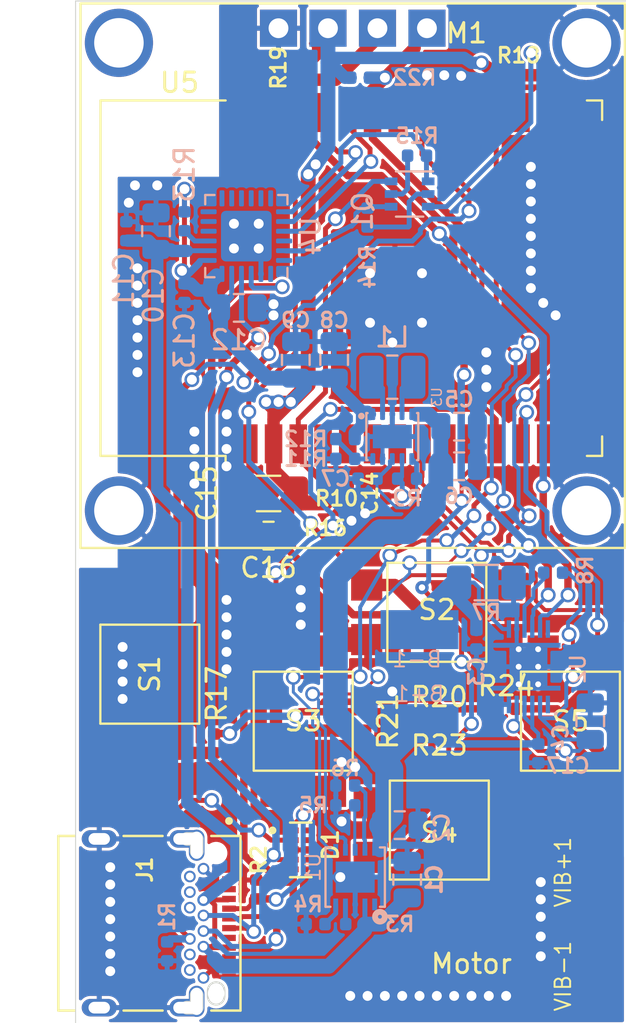
<source format=kicad_pcb>
(kicad_pcb (version 20171130) (host pcbnew "(5.1.5)-3")
  (layers (0 F.Cu signal) (1 In1.Cu power) (2 In2.Cu power) (31 B.Cu signal) (34 B.Paste user hide) (35 F.Paste user hide) (36 B.SilkS user) (37 F.SilkS user) (38 B.Mask user hide) (39 F.Mask user hide) (44 Edge.Cuts user hide))
  (net 0 "")
  (net 1 /Power/USB5v)
  (net 2 GND)
  (net 3 /Power/BULK)
  (net 4 "Net-(C4-Pad1)")
  (net 5 "Net-(C7-Pad1)")
  (net 6 /Power/3.3v)
  (net 7 "Net-(D1-Pad1)")
  (net 8 "Net-(D1-Pad2)")
  (net 9 /system.sch/USBN)
  (net 10 /system.sch/USBP)
  (net 11 "Net-(J1-PadA2)")
  (net 12 "Net-(J1-PadA3)")
  (net 13 "Net-(J1-PadA8)")
  (net 14 "Net-(J1-PadA10)")
  (net 15 "Net-(J1-PadA11)")
  (net 16 "Net-(J1-PadB8)")
  (net 17 "Net-(J1-PadB10)")
  (net 18 "Net-(J1-PadB11)")
  (net 19 "Net-(J1-PadB3)")
  (net 20 "Net-(J1-PadB2)")
  (net 21 /system.sch/VIBPWM)
  (net 22 "Net-(L1-Pad1)")
  (net 23 "Net-(L1-Pad2)")
  (net 24 /Power/SCL)
  (net 25 /Power/SDA)
  (net 26 /system.sch/RTS)
  (net 27 /system.sch/BOOT)
  (net 28 "Net-(Q1-Pad5)")
  (net 29 "Net-(Q1-Pad2)")
  (net 30 /system.sch/DTR)
  (net 31 /system.sch/En)
  (net 32 "Net-(R3-Pad1)")
  (net 33 "Net-(R4-Pad2)")
  (net 34 "Net-(R5-Pad1)")
  (net 35 "Net-(R6-Pad2)")
  (net 36 "Net-(R8-Pad2)")
  (net 37 /Power/PSAVE)
  (net 38 "Net-(R11-Pad2)")
  (net 39 "Net-(R13-Pad1)")
  (net 40 /system.sch/click)
  (net 41 /system.sch/up)
  (net 42 /system.sch/left)
  (net 43 /system.sch/down)
  (net 44 /system.sch/right)
  (net 45 "Net-(U1-Pad1)")
  (net 46 /Power/CHRGS0)
  (net 47 /Power/CHRGS1)
  (net 48 "Net-(U4-Pad1)")
  (net 49 "Net-(U4-Pad10)")
  (net 50 "Net-(U4-Pad11)")
  (net 51 "Net-(U4-Pad12)")
  (net 52 "Net-(U4-Pad13)")
  (net 53 "Net-(U4-Pad14)")
  (net 54 "Net-(U4-Pad15)")
  (net 55 "Net-(U4-Pad16)")
  (net 56 "Net-(U4-Pad17)")
  (net 57 "Net-(U4-Pad18)")
  (net 58 /system.sch/ESPTXto_USBRX)
  (net 59 /system.sch/USBTXtoESPRX)
  (net 60 "Net-(U4-Pad22)")
  (net 61 "Net-(U4-Pad24)")
  (net 62 "Net-(U5-Pad4)")
  (net 63 "Net-(U5-Pad5)")
  (net 64 "Net-(U5-Pad6)")
  (net 65 "Net-(U5-Pad7)")
  (net 66 "Net-(U5-Pad9)")
  (net 67 "Net-(U5-Pad13)")
  (net 68 "Net-(U5-Pad14)")
  (net 69 "Net-(U5-Pad17)")
  (net 70 "Net-(U5-Pad18)")
  (net 71 "Net-(U5-Pad19)")
  (net 72 "Net-(U5-Pad20)")
  (net 73 "Net-(U5-Pad21)")
  (net 74 "Net-(U5-Pad22)")
  (net 75 "Net-(U5-Pad23)")
  (net 76 "Net-(U5-Pad24)")
  (net 77 "Net-(U5-Pad26)")
  (net 78 "Net-(U5-Pad29)")
  (net 79 "Net-(U5-Pad32)")
  (net 80 "Net-(B-1-Pad1)")
  (net 81 "Net-(U2-Pad12)")
  (net 82 "Net-(U2-Pad1)")
  (net 83 "Net-(U5-Pad27)")
  (module CUI_UJ31-CH-3-SMT-TR (layer F.Cu) (at 210.82 106.68 270)
    (fp_text reference J1 (at 0 4.318 90) (layer F.SilkS) (effects (font (size 0.762 0.762) (thickness 0.1524))))
    (fp_text value UJ31-CH-3-SMT-TR_official)
    (fp_arc (start 6.2 0.66) (end 6.2 1.085) (angle 180) (layer Edge.Cuts) (width 0.1))
    (fp_arc (start 6.5 0.66) (end 6.5 1.085) (angle -180) (layer Edge.Cuts) (width 0.1))
    (fp_line (start 6.2 1.085) (end 6.5 1.085) (layer Edge.Cuts) (width 0.1))
    (fp_line (start 6.2 0.235) (end 6.5 0.235) (layer Edge.Cuts) (width 0.1))
    (fp_arc (start 7.08 2.16) (end 6.78 2.16) (angle -180) (layer Edge.Cuts) (width 0.1))
    (fp_line (start 7.38 2.16) (end 7.38 1.66) (layer Edge.Cuts) (width 0.1))
    (fp_line (start 6.78 1.96) (end 6.78 2.16) (layer Edge.Cuts) (width 0.1))
    (fp_line (start -1.28 1.96) (end -1.28 2.16) (layer Edge.Cuts) (width 0.1))
    (fp_arc (start 7.08 1.66) (end 7.38 1.66) (angle -90) (layer Edge.Cuts) (width 0.1))
    (fp_arc (start 6.43 1.66) (end 6.43 1.36) (angle -180) (layer Edge.Cuts) (width 0.1))
    (fp_line (start 6.78 1.96) (end 6.43 1.96) (layer Edge.Cuts) (width 0.1))
    (fp_line (start -0.93 1.96) (end -1.28 1.96) (layer Edge.Cuts) (width 0.1))
    (fp_line (start 6.43 1.36) (end 7.08 1.36) (layer Edge.Cuts) (width 0.1))
    (fp_arc (start -1.58 1.66) (end -1.58 1.36) (angle -90) (layer Edge.Cuts) (width 0.1))
    (fp_line (start -1.88 2.16) (end -1.88 1.66) (layer Edge.Cuts) (width 0.1))
    (fp_arc (start -1.58 2.16) (end -1.88 2.16) (angle -180) (layer Edge.Cuts) (width 0.1))
    (fp_arc (start -0.93 1.66) (end -0.93 1.96) (angle -180) (layer Edge.Cuts) (width 0.1))
    (fp_line (start -1.58 1.36) (end -0.93 1.36) (layer Edge.Cuts) (width 0.1))
    (pad SH6 thru_hole oval (at 7.08 6.66 270) (size 0.9 1.8) (drill oval 0.6 1.1) (layers *.Cu *.Mask) (net 2 GND))
    (pad SH5 thru_hole oval (at -1.58 6.66 270) (size 0.9 1.8) (drill oval 0.6 1.1) (layers *.Cu *.Mask) (net 2 GND))
    (pad B2 thru_hole circle (at 5.15 2.01 270) (size 0.6 0.6) (drill 0.4) (layers *.Cu *.Mask) (net 20 "Net-(J1-PadB2)"))
    (pad B3 thru_hole circle (at 4.35 2.01 270) (size 0.6 0.6) (drill 0.4) (layers *.Cu *.Mask) (net 19 "Net-(J1-PadB3)"))
    (pad B5 thru_hole circle (at 3.55 2.01 270) (size 0.6 0.6) (drill 0.4) (layers *.Cu *.Mask) (net 8 "Net-(D1-Pad2)"))
    (pad B11 thru_hole circle (at 0.35 2.01 270) (size 0.6 0.6) (drill 0.4) (layers *.Cu *.Mask) (net 18 "Net-(J1-PadB11)"))
    (pad B10 thru_hole circle (at 1.15 2.01 270) (size 0.6 0.6) (drill 0.4) (layers *.Cu *.Mask) (net 17 "Net-(J1-PadB10)"))
    (pad B8 thru_hole circle (at 1.95 2.01 270) (size 0.6 0.6) (drill 0.4) (layers *.Cu *.Mask) (net 16 "Net-(J1-PadB8)"))
    (pad B1 thru_hole circle (at 5.55 1.31 270) (size 0.6 0.6) (drill 0.4) (layers *.Cu *.Mask) (net 2 GND))
    (pad B4 thru_hole circle (at 3.95 1.31 270) (size 0.6 0.6) (drill 0.4) (layers *.Cu *.Mask) (net 1 /Power/USB5v))
    (pad B6 thru_hole circle (at 3.15 1.31 270) (size 0.6 0.6) (drill 0.4) (layers *.Cu *.Mask) (net 10 /system.sch/USBP))
    (pad B12 thru_hole circle (at -0.05 1.31 270) (size 0.6 0.6) (drill 0.4) (layers *.Cu *.Mask) (net 2 GND))
    (pad B9 thru_hole circle (at 1.55 1.31 270) (size 0.6 0.6) (drill 0.4) (layers *.Cu *.Mask) (net 1 /Power/USB5v))
    (pad SH1 thru_hole oval (at -1.255 1.66 270) (size 1.6 0.8) (drill oval 1.4 0.6) (layers *.Cu *.Mask) (net 2 GND))
    (pad B7 thru_hole circle (at 2.35 1.31 270) (size 0.6 0.6) (drill 0.4) (layers *.Cu *.Mask) (net 9 /system.sch/USBN))
    (pad A12 smd rect (at 5.5 0 270) (size 0.32 0.7) (layers F.Cu F.Paste F.Mask) (net 2 GND))
    (pad A11 smd rect (at 5 0 270) (size 0.32 0.7) (layers F.Cu F.Paste F.Mask) (net 15 "Net-(J1-PadA11)"))
    (pad A10 smd rect (at 4.5 0 270) (size 0.32 0.7) (layers F.Cu F.Paste F.Mask) (net 14 "Net-(J1-PadA10)"))
    (pad A9 smd rect (at 4 0 270) (size 0.32 0.7) (layers F.Cu F.Paste F.Mask) (net 1 /Power/USB5v))
    (pad A8 smd rect (at 3.5 0 270) (size 0.32 0.7) (layers F.Cu F.Paste F.Mask) (net 13 "Net-(J1-PadA8)"))
    (pad A7 smd rect (at 3 0 270) (size 0.32 0.7) (layers F.Cu F.Paste F.Mask) (net 9 /system.sch/USBN))
    (pad A6 smd rect (at 2.5 0 270) (size 0.32 0.7) (layers F.Cu F.Paste F.Mask) (net 10 /system.sch/USBP))
    (pad A5 smd rect (at 2 0 270) (size 0.32 0.7) (layers F.Cu F.Paste F.Mask) (net 7 "Net-(D1-Pad1)"))
    (pad A4 smd rect (at 1.5 0 270) (size 0.32 0.7) (layers F.Cu F.Paste F.Mask) (net 1 /Power/USB5v))
    (pad A3 smd rect (at 1 0 270) (size 0.32 0.7) (layers F.Cu F.Paste F.Mask) (net 12 "Net-(J1-PadA3)"))
    (pad A2 smd rect (at 0.5 0 270) (size 0.32 0.7) (layers F.Cu F.Paste F.Mask) (net 11 "Net-(J1-PadA2)"))
    (pad A1 smd rect (at 0 0 270) (size 0.32 0.7) (layers F.Cu F.Paste F.Mask) (net 2 GND))
    (pad None np_thru_hole circle (at 6.35 0.66 270) (size 0.85 0.85) (drill 0.85) (layers *.Cu *.Mask))
    (pad SH2 thru_hole oval (at 6.755 1.66 270) (size 1.6 0.8) (drill oval 1.4 0.6) (layers *.Cu *.Mask) (net 2 GND))
    (pad SH4 thru_hole oval (at 7.08 2.16 270) (size 0.9 1.8) (drill oval 0.6 1.4) (layers *.Cu *.Mask) (net 2 GND))
    (pad None np_thru_hole circle (at -0.85 0.66 270) (size 0.85 0.85) (drill 0.85) (layers *.Cu *.Mask))
    (pad SH3 thru_hole oval (at -1.58 2.16 270) (size 0.9 1.8) (drill oval 0.6 1.4) (layers *.Cu *.Mask) (net 2 GND))
  )
  (module pgpbadge:DIO_TPD4E02B04DQAR (layer F.Cu) (at 214.503 105.664)
    (fp_text reference D1 (at 1.524 -0.254 90) (layer F.SilkS) (effects (font (size 0.8 0.8) (thickness 0.1524))))
    (fp_text value TPD4E02B04DQAR)
    (pad 10 smd rect (at 0.385 -1) (size 0.55 0.3) (layers F.Cu F.Paste))
    (pad 9 smd rect (at 0.385 -0.5) (size 0.55 0.3) (layers F.Cu F.Paste))
    (pad 8 smd rect (at 0.385 0) (size 0.55 0.38) (layers F.Cu F.Paste) (net 2 GND))
    (pad 7 smd rect (at 0.385 0.5) (size 0.55 0.3) (layers F.Cu F.Paste))
    (pad 6 smd rect (at 0.385 1) (size 0.55 0.3) (layers F.Cu F.Paste))
    (pad 5 smd rect (at -0.385 1) (size 0.55 0.3) (layers F.Cu F.Paste) (net 10 /system.sch/USBP))
    (pad 4 smd rect (at -0.385 0.5) (size 0.55 0.3) (layers F.Cu F.Paste) (net 9 /system.sch/USBN))
    (pad 3 smd rect (at -0.385 0) (size 0.55 0.38) (layers F.Cu F.Paste) (net 2 GND))
    (pad 2 smd rect (at -0.385 -0.5) (size 0.55 0.3) (layers F.Cu F.Paste) (net 8 "Net-(D1-Pad2)"))
    (pad 1 smd rect (at -0.385 -1) (size 0.55 0.3) (layers F.Cu F.Paste) (net 7 "Net-(D1-Pad1)"))
  )
  (module Resistor_SMD:R_0402_1005Metric (layer B.Cu) (at 227.457 91.44 180)
    (fp_text reference R8 (at -1.651 0.127 270) (layer B.SilkS) (effects (font (size 0.762 0.762)) (justify mirror)))
    (fp_text value 10k)
    (pad 1 smd roundrect (at -0.485 0 180) (size 0.59 0.64) (layers B.Cu B.Paste B.Mask) (net 4 "Net-(C4-Pad1)"))
    (pad 2 smd roundrect (at 0.485 0 180) (size 0.59 0.64) (layers B.Cu B.Paste B.Mask) (net 36 "Net-(R8-Pad2)"))
  )
  (module pgpbadge:ssd1306 (layer F.Cu) (at 217.17 63.5)
    (fp_text reference M1 (at 5.842 0.254) (layer F.SilkS))
    (fp_text value SSD1306)
    (pad 1 thru_hole rect (at -3.81 0) (size 1.905 1.905) (drill 1.016) (layers *.Cu *.Mask) (net 2 GND))
    (pad 2 thru_hole rect (at -1.27 0) (size 1.905 1.905) (drill 1.016) (layers *.Cu *.Mask) (net 6 /Power/3.3v))
    (pad 3 thru_hole rect (at 1.27 0) (size 1.905 1.905) (drill 1.016) (layers *.Cu *.Mask) (net 24 /Power/SCL))
    (pad 4 thru_hole rect (at 3.81 0) (size 1.905 1.905) (drill 1.016) (layers *.Cu *.Mask) (net 25 /Power/SDA))
    (pad "" thru_hole circle (at 12 0.75) (size 3.500001 3.500001) (drill 2.54) (layers *.Cu *.Mask) (net 2 GND))
    (pad "" thru_hole circle (at -12 0.75) (size 3.500001 3.500001) (drill 2.54) (layers *.Cu *.Mask))
    (pad "" thru_hole circle (at 12 24.75) (size 3.500001 3.500001) (drill 2.54) (layers *.Cu *.Mask) (net 2 GND))
    (pad "" thru_hole circle (at -12 24.75) (size 3.500001 3.500001) (drill 2.54) (layers *.Cu *.Mask) (net 2 GND))
  )
  (module Capacitor_SMD:C_0805_2012Metric (layer B.Cu) (at 219.964 107.188 270)
    (fp_text reference C1 (at 0 -1.397 270) (layer B.SilkS) (effects (font (size 0.762 0.762) (thickness 0.1905)) (justify mirror)))
    (fp_text value 4.7u)
    (pad 2 smd roundrect (at 0.9375 0 270) (size 0.975 1.4) (layers B.Cu B.Paste B.Mask) (net 1 /Power/USB5v))
    (pad 1 smd roundrect (at -0.9375 0 270) (size 0.975 1.4) (layers B.Cu B.Paste B.Mask) (net 2 GND))
  )
  (module Capacitor_SMD:C_0805_2012Metric (layer B.Cu) (at 219.583 104.394 180)
    (fp_text reference C2 (at -2.159 -0.127 270) (layer B.SilkS) (effects (font (size 0.762 0.762)) (justify mirror)))
    (fp_text value 4.7u)
    (pad 1 smd roundrect (at -0.9375 0 180) (size 0.975 1.4) (layers B.Cu B.Paste B.Mask) (net 2 GND))
    (pad 2 smd roundrect (at 0.9375 0 180) (size 0.975 1.4) (layers B.Cu B.Paste B.Mask) (net 3 /Power/BULK))
  )
  (module Capacitor_SMD:C_0805_2012Metric (layer B.Cu) (at 222.631 83.947)
    (fp_text reference C5 (at 0 -1.397) (layer B.SilkS) (effects (font (size 0.762 0.762)) (justify mirror)))
    (fp_text value 4.7u)
    (pad 2 smd roundrect (at 0.9375 0) (size 0.975 1.4) (layers B.Cu B.Paste B.Mask) (net 2 GND))
    (pad 1 smd roundrect (at -0.9375 0) (size 0.975 1.4) (layers B.Cu B.Paste B.Mask) (net 3 /Power/BULK))
  )
  (module Capacitor_SMD:C_0805_2012Metric (layer B.Cu) (at 222.631 85.979)
    (fp_text reference C6 (at 0 1.524) (layer B.SilkS) (effects (font (size 0.762 0.762)) (justify mirror)))
    (fp_text value 4.7u)
    (pad 1 smd roundrect (at -0.9375 0) (size 0.975 1.4) (layers B.Cu B.Paste B.Mask) (net 3 /Power/BULK))
    (pad 2 smd roundrect (at 0.9375 0) (size 0.975 1.4) (layers B.Cu B.Paste B.Mask) (net 2 GND))
  )
  (module Capacitor_SMD:C_0402_1005Metric (layer B.Cu) (at 217.932 86.614 180)
    (fp_text reference C7 (at 1.651 0) (layer B.SilkS) (effects (font (size 0.762 0.762)) (justify mirror)))
    (fp_text value 0.1u)
    (pad 1 smd roundrect (at -0.485 0 180) (size 0.59 0.64) (layers B.Cu B.Paste B.Mask) (net 5 "Net-(C7-Pad1)"))
    (pad 2 smd roundrect (at 0.485 0 180) (size 0.59 0.64) (layers B.Cu B.Paste B.Mask) (net 2 GND))
  )
  (module Capacitor_SMD:C_0805_2012Metric (layer B.Cu) (at 216.2175 80.518 90)
    (fp_text reference C8 (at 2.032 0) (layer B.SilkS) (effects (font (size 0.762 0.762)) (justify mirror)))
    (fp_text value 4.7u)
    (pad 2 smd roundrect (at 0.9375 0 90) (size 0.975 1.4) (layers B.Cu B.Paste B.Mask) (net 2 GND))
    (pad 1 smd roundrect (at -0.9375 0 90) (size 0.975 1.4) (layers B.Cu B.Paste B.Mask) (net 6 /Power/3.3v))
  )
  (module Capacitor_SMD:C_0805_2012Metric (layer B.Cu) (at 214.249 80.518 90)
    (fp_text reference C9 (at 2.032 0) (layer B.SilkS) (effects (font (size 0.762 0.762)) (justify mirror)))
    (fp_text value 4.7u)
    (pad 1 smd roundrect (at -0.9375 0 90) (size 0.975 1.4) (layers B.Cu B.Paste B.Mask) (net 6 /Power/3.3v))
    (pad 2 smd roundrect (at 0.9375 0 90) (size 0.975 1.4) (layers B.Cu B.Paste B.Mask) (net 2 GND))
  )
  (module Capacitor_SMD:C_0805_2012Metric (layer B.Cu) (at 207.0735 73.914 90)
    (fp_text reference C10 (at -3.302 -0.127 90) (layer B.SilkS) (effects (justify mirror)))
    (fp_text value 4.7u)
    (pad 2 smd roundrect (at 0.9375 0 90) (size 0.975 1.4) (layers B.Cu B.Paste B.Mask) (net 2 GND))
    (pad 1 smd roundrect (at -0.9375 0 90) (size 0.975 1.4) (layers B.Cu B.Paste B.Mask) (net 1 /Power/USB5v))
  )
  (module Capacitor_SMD:C_0402_1005Metric (layer B.Cu) (at 205.5495 73.914 90)
    (fp_text reference C11 (at -2.54 -0.127 90) (layer B.SilkS) (effects (justify mirror)))
    (fp_text value 0.1u)
    (pad 2 smd roundrect (at 0.485 0 90) (size 0.59 0.64) (layers B.Cu B.Paste B.Mask) (net 2 GND))
    (pad 1 smd roundrect (at -0.485 0 90) (size 0.59 0.64) (layers B.Cu B.Paste B.Mask) (net 1 /Power/USB5v))
  )
  (module Capacitor_SMD:C_0805_2012Metric (layer B.Cu) (at 211.328 77.851)
    (fp_text reference C12 (at 0 1.65) (layer B.SilkS) (effects (justify mirror)))
    (fp_text value 4.7u)
    (pad 1 smd roundrect (at -0.9375 0) (size 0.975 1.4) (layers B.Cu B.Paste B.Mask) (net 6 /Power/3.3v))
    (pad 2 smd roundrect (at 0.9375 0) (size 0.975 1.4) (layers B.Cu B.Paste B.Mask) (net 2 GND))
  )
  (module Capacitor_SMD:C_0402_1005Metric (layer B.Cu) (at 208.534 77.089 270)
    (fp_text reference C13 (at 2.436 0 90) (layer B.SilkS) (effects (justify mirror)))
    (fp_text value 0.1u)
    (pad 1 smd roundrect (at -0.485 0 270) (size 0.59 0.64) (layers B.Cu B.Paste B.Mask) (net 6 /Power/3.3v))
    (pad 2 smd roundrect (at 0.485 0 270) (size 0.59 0.64) (layers B.Cu B.Paste B.Mask) (net 2 GND))
  )
  (module Capacitor_SMD:C_0402_1005Metric (layer F.Cu) (at 216.916 87.376 90)
    (fp_text reference C14 (at 0 1.143 90) (layer F.SilkS) (effects (font (size 0.762 0.762))))
    (fp_text value 0.1u)
    (pad 2 smd roundrect (at 0.485 0 90) (size 0.59 0.64) (layers F.Cu F.Paste F.Mask) (net 31 /system.sch/En))
    (pad 1 smd roundrect (at -0.485 0 90) (size 0.59 0.64) (layers F.Cu F.Paste F.Mask) (net 2 GND))
  )
  (module Capacitor_SMD:C_1206_3216Metric (layer F.Cu) (at 212.852 87.376 180)
    (fp_text reference C15 (at 3.175 0 270) (layer F.SilkS))
    (fp_text value 100u)
    (pad 1 smd roundrect (at -1.4 0 180) (size 1.25 1.75) (layers F.Cu F.Paste F.Mask) (roundrect_rratio 0.2) (net 6 /Power/3.3v))
    (pad 2 smd roundrect (at 1.4 0 180) (size 1.25 1.75) (layers F.Cu F.Paste F.Mask) (roundrect_rratio 0.2) (net 2 GND))
  )
  (module Capacitor_SMD:C_0805_2012Metric (layer F.Cu) (at 212.852 89.535 180)
    (fp_text reference C16 (at 0 -1.651) (layer F.SilkS))
    (fp_text value 4.7u)
    (pad 1 smd roundrect (at -0.9375 0 180) (size 0.975 1.4) (layers F.Cu F.Paste F.Mask) (net 6 /Power/3.3v))
    (pad 2 smd roundrect (at 0.9375 0 180) (size 0.975 1.4) (layers F.Cu F.Paste F.Mask) (net 2 GND))
  )
  (module Inductor_SMD:L_1008_2520Metric (layer B.Cu) (at 219.202 81.407 180)
    (fp_text reference L1 (at 0 2.05 180) (layer B.SilkS) (effects (justify mirror)))
    (fp_text value 1.5uH)
    (pad 1 smd roundrect (at -1.075 0 180) (size 1.25 2.2) (layers B.Cu B.Paste B.Mask) (roundrect_rratio 0.2) (net 22 "Net-(L1-Pad1)"))
    (pad 2 smd roundrect (at 1.075 0 180) (size 1.25 2.2) (layers B.Cu B.Paste B.Mask) (roundrect_rratio 0.2) (net 23 "Net-(L1-Pad2)"))
  )
  (module Package_TO_SOT_SMD:SOT-363_SC-70-6 (layer B.Cu) (at 220.091 72.009 180)
    (fp_text reference Q1 (at 2.413 -0.889 90) (layer B.SilkS) (effects (justify mirror)))
    (fp_text value Q_DNPN)
    (pad 1 smd rect (at -0.95 0.65 180) (size 0.65 0.4) (layers B.Cu B.Paste B.Mask) (net 26 /system.sch/RTS))
    (pad 3 smd rect (at -0.95 -0.65 180) (size 0.65 0.4) (layers B.Cu B.Paste B.Mask) (net 27 /system.sch/BOOT))
    (pad 5 smd rect (at 0.95 0 180) (size 0.65 0.4) (layers B.Cu B.Paste B.Mask) (net 28 "Net-(Q1-Pad5)"))
    (pad 2 smd rect (at -0.95 0 180) (size 0.65 0.4) (layers B.Cu B.Paste B.Mask) (net 29 "Net-(Q1-Pad2)"))
    (pad 4 smd rect (at 0.95 -0.65 180) (size 0.65 0.4) (layers B.Cu B.Paste B.Mask) (net 30 /system.sch/DTR))
    (pad 6 smd rect (at 0.95 0.65 180) (size 0.65 0.4) (layers B.Cu B.Paste B.Mask) (net 31 /system.sch/En))
  )
  (module Resistor_SMD:R_0402_1005Metric (layer B.Cu) (at 207.645 110.871 270)
    (fp_text reference R1 (at -1.778 0 270) (layer B.SilkS) (effects (font (size 0.762 0.762)) (justify mirror)))
    (fp_text value 5.6k)
    (pad 2 smd roundrect (at 0.485 0 270) (size 0.59 0.64) (layers B.Cu B.Paste B.Mask) (net 2 GND))
    (pad 1 smd roundrect (at -0.485 0 270) (size 0.59 0.64) (layers B.Cu B.Paste B.Mask) (net 8 "Net-(D1-Pad2)"))
  )
  (module Resistor_SMD:R_0402_1005Metric (layer F.Cu) (at 212.217 107.696 90)
    (fp_text reference R2 (at 1.524 0.127 90) (layer F.SilkS) (effects (font (size 0.762 0.762))))
    (fp_text value 5.6k)
    (pad 1 smd roundrect (at -0.485 0 90) (size 0.59 0.64) (layers F.Cu F.Paste F.Mask) (net 7 "Net-(D1-Pad1)"))
    (pad 2 smd roundrect (at 0.485 0 90) (size 0.59 0.64) (layers F.Cu F.Paste F.Mask) (net 2 GND))
  )
  (module Resistor_SMD:R_0402_1005Metric (layer B.Cu) (at 217.297 109.474)
    (fp_text reference R3 (at 2.286 0) (layer B.SilkS) (effects (font (size 0.762 0.762)) (justify mirror)))
    (fp_text value 1K)
    (pad 1 smd roundrect (at -0.485 0) (size 0.59 0.64) (layers B.Cu B.Paste B.Mask) (net 32 "Net-(R3-Pad1)"))
    (pad 2 smd roundrect (at 0.485 0) (size 0.59 0.64) (layers B.Cu B.Paste B.Mask) (net 1 /Power/USB5v))
  )
  (module Resistor_SMD:R_0402_1005Metric (layer B.Cu) (at 215.265 109.474)
    (fp_text reference R4 (at -0.381 -1.016) (layer B.SilkS) (effects (font (size 0.762 0.762)) (justify mirror)))
    (fp_text value 1K)
    (pad 2 smd roundrect (at 0.485 0) (size 0.59 0.64) (layers B.Cu B.Paste B.Mask) (net 33 "Net-(R4-Pad2)"))
    (pad 1 smd roundrect (at -0.485 0) (size 0.59 0.64) (layers B.Cu B.Paste B.Mask) (net 2 GND))
  )
  (module Resistor_SMD:R_0402_1005Metric (layer B.Cu) (at 216.789 103.378 180)
    (fp_text reference R5 (at 1.651 0) (layer B.SilkS) (effects (font (size 0.762 0.762)) (justify mirror)))
    (fp_text value 5.6k)
    (pad 2 smd roundrect (at 0.485 0 180) (size 0.59 0.64) (layers B.Cu B.Paste B.Mask) (net 2 GND))
    (pad 1 smd roundrect (at -0.485 0 180) (size 0.59 0.64) (layers B.Cu B.Paste B.Mask) (net 34 "Net-(R5-Pad1)"))
  )
  (module Resistor_SMD:R_0402_1005Metric (layer B.Cu) (at 216.789 102.362)
    (fp_text reference R6 (at 0 -0.889 180) (layer B.SilkS) (effects (font (size 0.762 0.762)) (justify mirror)))
    (fp_text value 10k)
    (pad 1 smd roundrect (at -0.485 0) (size 0.59 0.64) (layers B.Cu B.Paste B.Mask) (net 2 GND))
    (pad 2 smd roundrect (at 0.485 0) (size 0.59 0.64) (layers B.Cu B.Paste B.Mask) (net 35 "Net-(R6-Pad2)"))
  )
  (module Resistor_SMD:R_0402_1005Metric (layer B.Cu) (at 219.964 86.614)
    (fp_text reference R9 (at 0 1.016) (layer B.SilkS) (effects (font (size 0.762 0.762)) (justify mirror)))
    (fp_text value 1K)
    (pad 1 smd roundrect (at -0.485 0) (size 0.59 0.64) (layers B.Cu B.Paste B.Mask) (net 37 /Power/PSAVE))
    (pad 2 smd roundrect (at 0.485 0) (size 0.59 0.64) (layers B.Cu B.Paste B.Mask) (net 5 "Net-(C7-Pad1)"))
  )
  (module Resistor_SMD:R_0402_1005Metric (layer F.Cu) (at 218.3765 87.63)
    (fp_text reference R10 (at -2.032 0) (layer F.SilkS) (effects (font (size 0.762 0.762))))
    (fp_text value 1K)
    (pad 2 smd roundrect (at 0.485 0) (size 0.59 0.64) (layers F.Cu F.Paste F.Mask) (net 37 /Power/PSAVE))
    (pad 1 smd roundrect (at -0.485 0) (size 0.59 0.64) (layers F.Cu F.Paste F.Mask) (net 2 GND))
  )
  (module Resistor_SMD:R_0402_1005Metric (layer B.Cu) (at 216.789 85.598)
    (fp_text reference R11 (at -2.032 0) (layer B.SilkS) (effects (font (size 0.762 0.762)) (justify mirror)))
    (fp_text value 1K)
    (pad 2 smd roundrect (at 0.485 0) (size 0.59 0.64) (layers B.Cu B.Paste B.Mask) (net 38 "Net-(R11-Pad2)"))
    (pad 1 smd roundrect (at -0.485 0) (size 0.59 0.64) (layers B.Cu B.Paste B.Mask) (net 2 GND))
  )
  (module Resistor_SMD:R_0402_1005Metric (layer B.Cu) (at 216.789 84.582)
    (fp_text reference R12 (at -2.032 0) (layer B.SilkS) (effects (font (size 0.762 0.762)) (justify mirror)))
    (fp_text value 5.6k)
    (pad 2 smd roundrect (at 0.485 0) (size 0.59 0.64) (layers B.Cu B.Paste B.Mask) (net 6 /Power/3.3v))
    (pad 1 smd roundrect (at -0.485 0) (size 0.59 0.64) (layers B.Cu B.Paste B.Mask) (net 38 "Net-(R11-Pad2)"))
  )
  (module Resistor_SMD:R_0402_1005Metric (layer B.Cu) (at 208.534 73.406 90)
    (fp_text reference R13 (at 2.413 0 90) (layer B.SilkS) (effects (justify mirror)))
    (fp_text value 1K)
    (pad 2 smd roundrect (at 0.485 0 90) (size 0.59 0.64) (layers B.Cu B.Paste B.Mask) (net 6 /Power/3.3v))
    (pad 1 smd roundrect (at -0.485 0 90) (size 0.59 0.64) (layers B.Cu B.Paste B.Mask) (net 39 "Net-(R13-Pad1)"))
  )
  (module Resistor_SMD:R_0402_1005Metric (layer B.Cu) (at 217.932 73.2155 270)
    (fp_text reference R14 (at 2.54 0 90) (layer B.SilkS) (effects (font (size 0.762 0.762)) (justify mirror)))
    (fp_text value 1K)
    (pad 1 smd roundrect (at -0.485 0 270) (size 0.59 0.64) (layers B.Cu B.Paste B.Mask) (net 30 /system.sch/DTR))
    (pad 2 smd roundrect (at 0.485 0 270) (size 0.59 0.64) (layers B.Cu B.Paste B.Mask) (net 29 "Net-(Q1-Pad2)"))
  )
  (module Resistor_SMD:R_0402_1005Metric (layer B.Cu) (at 220.472 70.0405 180)
    (fp_text reference R15 (at 0 1.016 180) (layer B.SilkS) (effects (font (size 0.762 0.762)) (justify mirror)))
    (fp_text value 1K)
    (pad 1 smd roundrect (at -0.485 0 180) (size 0.59 0.64) (layers B.Cu B.Paste B.Mask) (net 26 /system.sch/RTS))
    (pad 2 smd roundrect (at 0.485 0 180) (size 0.59 0.64) (layers B.Cu B.Paste B.Mask) (net 28 "Net-(Q1-Pad5)"))
  )
  (module Resistor_SMD:R_0402_1005Metric (layer F.Cu) (at 215.773 87.376 90)
    (fp_text reference R16 (at -1.778 0 180) (layer F.SilkS) (effects (font (size 0.762 0.762))))
    (fp_text value 1K)
    (pad 1 smd roundrect (at -0.485 0 90) (size 0.59 0.64) (layers F.Cu F.Paste F.Mask) (net 6 /Power/3.3v))
    (pad 2 smd roundrect (at 0.485 0 90) (size 0.59 0.64) (layers F.Cu F.Paste F.Mask) (net 31 /system.sch/En))
  )
  (module Resistor_SMD:R_0402_1005Metric (layer F.Cu) (at 210.058 100.203 270)
    (fp_text reference R17 (at -2.54 -0.127 90) (layer F.SilkS))
    (fp_text value 1K)
    (pad 1 smd roundrect (at -0.485 0 270) (size 0.59 0.64) (layers F.Cu F.Paste F.Mask) (net 6 /Power/3.3v))
    (pad 2 smd roundrect (at 0.485 0 270) (size 0.59 0.64) (layers F.Cu F.Paste F.Mask) (net 40 /system.sch/click))
  )
  (module Resistor_SMD:R_0402_1005Metric (layer F.Cu) (at 225.679 65.913)
    (fp_text reference R18 (at 0 -1.016) (layer F.SilkS) (effects (font (size 0.762 0.762))))
    (fp_text value 1K)
    (pad 2 smd roundrect (at 0.485 0) (size 0.59 0.64) (layers F.Cu F.Paste F.Mask) (net 27 /system.sch/BOOT))
    (pad 1 smd roundrect (at -0.485 0) (size 0.59 0.64) (layers F.Cu F.Paste F.Mask) (net 6 /Power/3.3v))
  )
  (module Resistor_SMD:R_0402_1005Metric (layer F.Cu) (at 214.376 65.532 270)
    (fp_text reference R19 (at 0 1.016 90) (layer F.SilkS) (effects (font (size 0.762 0.762))))
    (fp_text value 1K)
    (pad 1 smd roundrect (at -0.485 0 270) (size 0.59 0.64) (layers F.Cu F.Paste F.Mask) (net 6 /Power/3.3v))
    (pad 2 smd roundrect (at 0.485 0 270) (size 0.59 0.64) (layers F.Cu F.Paste F.Mask) (net 24 /Power/SCL))
  )
  (module Resistor_SMD:R_0402_1005Metric (layer F.Cu) (at 221.615 96.647 180)
    (fp_text reference R20 (at 0 -1.17) (layer F.SilkS))
    (fp_text value 1K)
    (pad 1 smd roundrect (at -0.485 0 180) (size 0.59 0.64) (layers F.Cu F.Paste F.Mask) (net 6 /Power/3.3v))
    (pad 2 smd roundrect (at 0.485 0 180) (size 0.59 0.64) (layers F.Cu F.Paste F.Mask) (net 41 /system.sch/up))
  )
  (module Resistor_SMD:R_0402_1005Metric (layer F.Cu) (at 217.805 99.06 270)
    (fp_text reference R21 (at 0 -1.17 90) (layer F.SilkS))
    (fp_text value 1K)
    (pad 1 smd roundrect (at -0.485 0 270) (size 0.59 0.64) (layers F.Cu F.Paste F.Mask) (net 6 /Power/3.3v))
    (pad 2 smd roundrect (at 0.485 0 270) (size 0.59 0.64) (layers F.Cu F.Paste F.Mask) (net 42 /system.sch/left))
  )
  (module Resistor_SMD:R_0402_1005Metric (layer B.Cu) (at 217.551 66.04)
    (fp_text reference R22 (at 2.794 0) (layer B.SilkS) (effects (font (size 0.762 0.762)) (justify mirror)))
    (fp_text value 1K)
    (pad 1 smd roundrect (at -0.485 0) (size 0.59 0.64) (layers B.Cu B.Paste B.Mask) (net 6 /Power/3.3v))
    (pad 2 smd roundrect (at 0.485 0) (size 0.59 0.64) (layers B.Cu B.Paste B.Mask) (net 25 /Power/SDA))
  )
  (module Resistor_SMD:R_0402_1005Metric (layer F.Cu) (at 221.615 101.473)
    (fp_text reference R23 (at 0 -1.17) (layer F.SilkS))
    (fp_text value 1K)
    (pad 2 smd roundrect (at 0.485 0) (size 0.59 0.64) (layers F.Cu F.Paste F.Mask) (net 43 /system.sch/down))
    (pad 1 smd roundrect (at -0.485 0) (size 0.59 0.64) (layers F.Cu F.Paste F.Mask) (net 6 /Power/3.3v))
  )
  (module Resistor_SMD:R_0402_1005Metric (layer F.Cu) (at 225.044 98.425)
    (fp_text reference R24 (at 0 -1.17) (layer F.SilkS))
    (fp_text value 1K)
    (pad 2 smd roundrect (at 0.485 0) (size 0.59 0.64) (layers F.Cu F.Paste F.Mask) (net 44 /system.sch/right))
    (pad 1 smd roundrect (at -0.485 0) (size 0.59 0.64) (layers F.Cu F.Paste F.Mask) (net 6 /Power/3.3v))
  )
  (module pgpbadge:tactile_TL3305AF160QG (layer F.Cu) (at 206.756 96.647 90)
    (fp_text reference S1 (at 0 0 90) (layer F.SilkS))
    (fp_text value tactile_TL3305AF160QG)
    (pad 1 smd rect (at -3.6 1.4 90) (size 1.6 1.6) (layers F.Cu F.Paste F.Mask) (net 40 /system.sch/click))
    (pad 3 smd rect (at -3.6 -1.4 90) (size 1.6 1.6) (layers F.Cu F.Paste F.Mask) (net 2 GND))
    (pad 2 smd rect (at 3.6 1.4 90) (size 1.6 1.6) (layers F.Cu F.Paste F.Mask) (net 40 /system.sch/click))
    (pad 4 smd rect (at 3.6 -1.4 90) (size 1.6 1.6) (layers F.Cu F.Paste F.Mask) (net 2 GND))
  )
  (module pgpbadge:tactile_TL3305AF160QG (layer F.Cu) (at 221.488 93.472 180)
    (fp_text reference S2 (at 0 0.127) (layer F.SilkS))
    (fp_text value tactile_TL3305AF160QG)
    (pad 4 smd rect (at 3.6 -1.4 180) (size 1.6 1.6) (layers F.Cu F.Paste F.Mask) (net 2 GND))
    (pad 2 smd rect (at 3.6 1.4 180) (size 1.6 1.6) (layers F.Cu F.Paste F.Mask) (net 41 /system.sch/up))
    (pad 3 smd rect (at -3.6 -1.4 180) (size 1.6 1.6) (layers F.Cu F.Paste F.Mask) (net 2 GND))
    (pad 1 smd rect (at -3.6 1.4 180) (size 1.6 1.6) (layers F.Cu F.Paste F.Mask) (net 41 /system.sch/up))
  )
  (module pgpbadge:tactile_TL3305AF160QG (layer F.Cu) (at 214.63 99.06 270)
    (fp_text reference S3 (at 0 0 180) (layer F.SilkS))
    (fp_text value tactile_TL3305AF160QG)
    (pad 4 smd rect (at 3.6 -1.4 270) (size 1.6 1.6) (layers F.Cu F.Paste F.Mask) (net 2 GND))
    (pad 2 smd rect (at 3.6 1.4 270) (size 1.6 1.6) (layers F.Cu F.Paste F.Mask) (net 42 /system.sch/left))
    (pad 3 smd rect (at -3.6 -1.4 270) (size 1.6 1.6) (layers F.Cu F.Paste F.Mask) (net 2 GND))
    (pad 1 smd rect (at -3.6 1.4 270) (size 1.6 1.6) (layers F.Cu F.Paste F.Mask) (net 42 /system.sch/left))
  )
  (module pgpbadge:tactile_TL3305AF160QG (layer F.Cu) (at 221.615 104.648)
    (fp_text reference S4 (at 0 0.127) (layer F.SilkS))
    (fp_text value tactile_TL3305AF160QG)
    (pad 1 smd rect (at -3.6 1.4) (size 1.6 1.6) (layers F.Cu F.Paste F.Mask) (net 43 /system.sch/down))
    (pad 3 smd rect (at -3.6 -1.4) (size 1.6 1.6) (layers F.Cu F.Paste F.Mask) (net 2 GND))
    (pad 2 smd rect (at 3.6 1.4) (size 1.6 1.6) (layers F.Cu F.Paste F.Mask) (net 43 /system.sch/down))
    (pad 4 smd rect (at 3.6 -1.4) (size 1.6 1.6) (layers F.Cu F.Paste F.Mask) (net 2 GND))
  )
  (module pgpbadge:tactile_TL3305AF160QG (layer F.Cu) (at 228.346 99.06 90)
    (fp_text reference S5 (at 0 0 180) (layer F.SilkS))
    (fp_text value tactile_TL3305AF160QG)
    (pad 1 smd rect (at -3.6 1.4 90) (size 1.6 1.6) (layers F.Cu F.Paste F.Mask) (net 44 /system.sch/right))
    (pad 3 smd rect (at -3.6 -1.4 90) (size 1.6 1.6) (layers F.Cu F.Paste F.Mask) (net 2 GND))
    (pad 2 smd rect (at 3.6 1.4 90) (size 1.6 1.6) (layers F.Cu F.Paste F.Mask) (net 44 /system.sch/right))
    (pad 4 smd rect (at 3.6 -1.4 90) (size 1.6 1.6) (layers F.Cu F.Paste F.Mask) (net 2 GND))
  )
  (module pgpbadge:wson-10-3x3 (layer B.Cu) (at 217.297 107.061 180)
    (fp_text reference U1 (at 2.159 0.508 90) (layer B.SilkS) (effects (font (size 0.75 0.75) (thickness 0.1)) (justify mirror)))
    (fp_text value LM3658)
    (pad 3 smd rect (at 0 0 180) (size 2 1.6) (layers B.Cu B.Paste B.Mask) (net 2 GND))
    (pad 1 smd rect (at -1 -1.4 180) (size 0.25 0.6) (layers B.Cu B.Paste B.Mask) (net 45 "Net-(U1-Pad1)"))
    (pad 2 smd rect (at -0.5 -1.4 180) (size 0.25 0.6) (layers B.Cu B.Paste B.Mask) (net 1 /Power/USB5v))
    (pad 3 smd rect (at 0 -1.4 180) (size 0.25 0.6) (layers B.Cu B.Paste B.Mask) (net 2 GND))
    (pad 4 smd rect (at 0.5 -1.4 180) (size 0.25 0.6) (layers B.Cu B.Paste B.Mask) (net 32 "Net-(R3-Pad1)"))
    (pad 5 smd rect (at 1 -1.4 180) (size 0.25 0.6) (layers B.Cu B.Paste B.Mask) (net 33 "Net-(R4-Pad2)"))
    (pad 10 smd rect (at -1 1.4 180) (size 0.25 0.6) (layers B.Cu B.Paste B.Mask) (net 3 /Power/BULK))
    (pad 9 smd rect (at -0.5 1.4 180) (size 0.25 0.6) (layers B.Cu B.Paste B.Mask) (net 35 "Net-(R6-Pad2)"))
    (pad 7 smd rect (at 0.5 1.4 180) (size 0.25 0.6) (layers B.Cu B.Paste B.Mask) (net 46 /Power/CHRGS0))
    (pad 8 smd rect (at 0 1.4 180) (size 0.25 0.6) (layers B.Cu B.Paste B.Mask) (net 34 "Net-(R5-Pad1)"))
    (pad 6 smd rect (at 1 1.4 180) (size 0.25 0.6) (layers B.Cu B.Paste B.Mask) (net 47 /Power/CHRGS1))
  )
  (module pgpbadge:10-WFDFN_EP_2.5_2.5 (layer B.Cu) (at 219.202 84.455)
    (fp_text reference U3 (at 2.286 -2.032 270) (layer B.SilkS) (effects (font (size 0.5 0.5) (thickness 0.075)) (justify mirror)))
    (fp_text value TPS63030DSKR)
    (pad 3 smd rect (at 0 0) (size 2 1.2) (layers B.Cu B.Paste B.Mask) (net 2 GND))
    (pad 1 smd roundrect (at -1 -1.15) (size 0.25 0.6) (layers B.Cu B.Paste B.Mask) (net 6 /Power/3.3v))
    (pad 2 smd roundrect (at -0.5 -1.15) (size 0.25 0.6) (layers B.Cu B.Paste B.Mask) (net 23 "Net-(L1-Pad2)"))
    (pad 3 smd roundrect (at 0 -1.15) (size 0.25 0.6) (layers B.Cu B.Paste B.Mask) (net 2 GND))
    (pad 4 smd roundrect (at 0.5 -1.15) (size 0.25 0.6) (layers B.Cu B.Paste B.Mask) (net 22 "Net-(L1-Pad1)"))
    (pad 5 smd roundrect (at 1 -1.15) (size 0.25 0.6) (layers B.Cu B.Paste B.Mask) (net 3 /Power/BULK))
    (pad 6 smd roundrect (at 1 1.15) (size 0.25 0.6) (layers B.Cu B.Paste B.Mask) (net 5 "Net-(C7-Pad1)"))
    (pad 9 smd roundrect (at -0.5 1.15) (size 0.25 0.6) (layers B.Cu B.Paste B.Mask) (net 2 GND))
    (pad 7 smd roundrect (at 0.5 1.15) (size 0.25 0.6) (layers B.Cu B.Paste B.Mask) (net 37 /Power/PSAVE))
    (pad 10 smd roundrect (at -1 1.15) (size 0.25 0.6) (layers B.Cu B.Paste B.Mask) (net 38 "Net-(R11-Pad2)"))
    (pad 8 smd roundrect (at 0 1.15) (size 0.25 0.6) (layers B.Cu B.Paste B.Mask) (net 5 "Net-(C7-Pad1)"))
  )
  (module Package_DFN_QFN:QFN-24-1EP_4x4mm_P0.5mm_EP2.6x2.6mm (layer B.Cu) (at 211.709 74.168 90)
    (fp_text reference U4 (at 0 3.3 90) (layer B.SilkS) (effects (justify mirror)))
    (fp_text value CP2102N-A01-GQFN24)
    (pad 25 smd roundrect (at 0 0 90) (size 2.6 2.6) (layers B.Cu B.Mask) (roundrect_rratio 0.096154) (net 2 GND))
    (pad 1 smd roundrect (at -1.9375 1.25 90) (size 0.825 0.25) (layers B.Cu B.Paste B.Mask) (net 48 "Net-(U4-Pad1)"))
    (pad 2 smd roundrect (at -1.9375 0.75 90) (size 0.825 0.25) (layers B.Cu B.Paste B.Mask) (net 2 GND))
    (pad 3 smd roundrect (at -1.9375 0.25 90) (size 0.825 0.25) (layers B.Cu B.Paste B.Mask) (net 10 /system.sch/USBP))
    (pad 4 smd roundrect (at -1.9375 -0.25 90) (size 0.825 0.25) (layers B.Cu B.Paste B.Mask) (net 9 /system.sch/USBN))
    (pad 5 smd roundrect (at -1.9375 -0.75 90) (size 0.825 0.25) (layers B.Cu B.Paste B.Mask) (net 6 /Power/3.3v))
    (pad 6 smd roundrect (at -1.9375 -1.25 90) (size 0.825 0.25) (layers B.Cu B.Paste B.Mask) (net 6 /Power/3.3v))
    (pad 7 smd roundrect (at -1.25 -1.9375 90) (size 0.25 0.825) (layers B.Cu B.Paste B.Mask) (net 6 /Power/3.3v))
    (pad 8 smd roundrect (at -0.75 -1.9375 90) (size 0.25 0.825) (layers B.Cu B.Paste B.Mask) (net 1 /Power/USB5v))
    (pad 9 smd roundrect (at -0.25 -1.9375 90) (size 0.25 0.825) (layers B.Cu B.Paste B.Mask) (net 39 "Net-(R13-Pad1)"))
    (pad 10 smd roundrect (at 0.25 -1.9375 90) (size 0.25 0.825) (layers B.Cu B.Paste B.Mask) (net 49 "Net-(U4-Pad10)"))
    (pad 11 smd roundrect (at 0.75 -1.9375 90) (size 0.25 0.825) (layers B.Cu B.Paste B.Mask) (net 50 "Net-(U4-Pad11)"))
    (pad 12 smd roundrect (at 1.25 -1.9375 90) (size 0.25 0.825) (layers B.Cu B.Paste B.Mask) (net 51 "Net-(U4-Pad12)"))
    (pad 13 smd roundrect (at 1.9375 -1.25 90) (size 0.825 0.25) (layers B.Cu B.Paste B.Mask) (net 52 "Net-(U4-Pad13)"))
    (pad 14 smd roundrect (at 1.9375 -0.75 90) (size 0.825 0.25) (layers B.Cu B.Paste B.Mask) (net 53 "Net-(U4-Pad14)"))
    (pad 15 smd roundrect (at 1.9375 -0.25 90) (size 0.825 0.25) (layers B.Cu B.Paste B.Mask) (net 54 "Net-(U4-Pad15)"))
    (pad 16 smd roundrect (at 1.9375 0.25 90) (size 0.825 0.25) (layers B.Cu B.Paste B.Mask) (net 55 "Net-(U4-Pad16)"))
    (pad 17 smd roundrect (at 1.9375 0.75 90) (size 0.825 0.25) (layers B.Cu B.Paste B.Mask) (net 56 "Net-(U4-Pad17)"))
    (pad 18 smd roundrect (at 1.9375 1.25 90) (size 0.825 0.25) (layers B.Cu B.Paste B.Mask) (net 57 "Net-(U4-Pad18)"))
    (pad 19 smd roundrect (at 1.25 1.9375 90) (size 0.25 0.825) (layers B.Cu B.Paste B.Mask) (net 26 /system.sch/RTS))
    (pad 20 smd roundrect (at 0.75 1.9375 90) (size 0.25 0.825) (layers B.Cu B.Paste B.Mask) (net 58 /system.sch/ESPTXto_USBRX))
    (pad 21 smd roundrect (at 0.25 1.9375 90) (size 0.25 0.825) (layers B.Cu B.Paste B.Mask) (net 59 /system.sch/USBTXtoESPRX))
    (pad 22 smd roundrect (at -0.25 1.9375 90) (size 0.25 0.825) (layers B.Cu B.Paste B.Mask) (net 60 "Net-(U4-Pad22)"))
    (pad 23 smd roundrect (at -0.75 1.9375 90) (size 0.25 0.825) (layers B.Cu B.Paste B.Mask) (net 30 /system.sch/DTR))
    (pad 24 smd roundrect (at -1.25 1.9375 90) (size 0.25 0.825) (layers B.Cu B.Paste B.Mask) (net 61 "Net-(U4-Pad24)"))
  )
  (module RF_Module:ESP32-WROOM-32 (layer F.Cu) (at 220.091 76.327 90)
    (fp_text reference U5 (at 10.033 -11.811) (layer F.SilkS))
    (fp_text value ESP32-WROOM-32)
    (pad 39 smd rect (at -1 -0.755 90) (size 5 5) (layers F.Cu F.Paste F.Mask) (net 2 GND))
    (pad 1 smd rect (at -8.5 -8.255 90) (size 2 0.9) (layers F.Cu F.Paste F.Mask) (net 2 GND))
    (pad 2 smd rect (at -8.5 -6.985 90) (size 2 0.9) (layers F.Cu F.Paste F.Mask) (net 6 /Power/3.3v))
    (pad 3 smd rect (at -8.5 -5.715 90) (size 2 0.9) (layers F.Cu F.Paste F.Mask) (net 31 /system.sch/En))
    (pad 4 smd rect (at -8.5 -4.445 90) (size 2 0.9) (layers F.Cu F.Paste F.Mask) (net 62 "Net-(U5-Pad4)"))
    (pad 5 smd rect (at -8.5 -3.175 90) (size 2 0.9) (layers F.Cu F.Paste F.Mask) (net 63 "Net-(U5-Pad5)"))
    (pad 6 smd rect (at -8.5 -1.905 90) (size 2 0.9) (layers F.Cu F.Paste F.Mask) (net 64 "Net-(U5-Pad6)"))
    (pad 7 smd rect (at -8.5 -0.635 90) (size 2 0.9) (layers F.Cu F.Paste F.Mask) (net 65 "Net-(U5-Pad7)"))
    (pad 8 smd rect (at -8.5 0.635 90) (size 2 0.9) (layers F.Cu F.Paste F.Mask) (net 21 /system.sch/VIBPWM))
    (pad 9 smd rect (at -8.5 1.905 90) (size 2 0.9) (layers F.Cu F.Paste F.Mask) (net 66 "Net-(U5-Pad9)"))
    (pad 10 smd rect (at -8.5 3.175 90) (size 2 0.9) (layers F.Cu F.Paste F.Mask) (net 43 /system.sch/down))
    (pad 11 smd rect (at -8.5 4.445 90) (size 2 0.9) (layers F.Cu F.Paste F.Mask) (net 42 /system.sch/left))
    (pad 12 smd rect (at -8.5 5.715 90) (size 2 0.9) (layers F.Cu F.Paste F.Mask) (net 44 /system.sch/right))
    (pad 13 smd rect (at -8.5 6.985 90) (size 2 0.9) (layers F.Cu F.Paste F.Mask) (net 67 "Net-(U5-Pad13)"))
    (pad 14 smd rect (at -8.5 8.255 90) (size 2 0.9) (layers F.Cu F.Paste F.Mask) (net 68 "Net-(U5-Pad14)"))
    (pad 15 smd rect (at -5.715 9.255 180) (size 2 0.9) (layers F.Cu F.Paste F.Mask) (net 2 GND))
    (pad 16 smd rect (at -4.445 9.255 180) (size 2 0.9) (layers F.Cu F.Paste F.Mask) (net 37 /Power/PSAVE))
    (pad 17 smd rect (at -3.175 9.255 180) (size 2 0.9) (layers F.Cu F.Paste F.Mask) (net 69 "Net-(U5-Pad17)"))
    (pad 18 smd rect (at -1.905 9.255 180) (size 2 0.9) (layers F.Cu F.Paste F.Mask) (net 70 "Net-(U5-Pad18)"))
    (pad 19 smd rect (at -0.635 9.255 180) (size 2 0.9) (layers F.Cu F.Paste F.Mask) (net 71 "Net-(U5-Pad19)"))
    (pad 20 smd rect (at 0.635 9.255 180) (size 2 0.9) (layers F.Cu F.Paste F.Mask) (net 72 "Net-(U5-Pad20)"))
    (pad 21 smd rect (at 1.905 9.255 180) (size 2 0.9) (layers F.Cu F.Paste F.Mask) (net 73 "Net-(U5-Pad21)"))
    (pad 22 smd rect (at 3.175 9.255 180) (size 2 0.9) (layers F.Cu F.Paste F.Mask) (net 74 "Net-(U5-Pad22)"))
    (pad 23 smd rect (at 4.445 9.255 180) (size 2 0.9) (layers F.Cu F.Paste F.Mask) (net 75 "Net-(U5-Pad23)"))
    (pad 24 smd rect (at 5.715 9.255 180) (size 2 0.9) (layers F.Cu F.Paste F.Mask) (net 76 "Net-(U5-Pad24)"))
    (pad 25 smd rect (at 8.5 8.255 90) (size 2 0.9) (layers F.Cu F.Paste F.Mask) (net 27 /system.sch/BOOT))
    (pad 26 smd rect (at 8.5 6.985 90) (size 2 0.9) (layers F.Cu F.Paste F.Mask) (net 77 "Net-(U5-Pad26)"))
    (pad 27 smd rect (at 8.5 5.715 90) (size 2 0.9) (layers F.Cu F.Paste F.Mask) (net 83 "Net-(U5-Pad27)"))
    (pad 28 smd rect (at 8.5 4.445 90) (size 2 0.9) (layers F.Cu F.Paste F.Mask) (net 46 /Power/CHRGS0))
    (pad 29 smd rect (at 8.5 3.175 90) (size 2 0.9) (layers F.Cu F.Paste F.Mask) (net 78 "Net-(U5-Pad29)"))
    (pad 30 smd rect (at 8.5 1.905 90) (size 2 0.9) (layers F.Cu F.Paste F.Mask) (net 47 /Power/CHRGS1))
    (pad 31 smd rect (at 8.5 0.635 90) (size 2 0.9) (layers F.Cu F.Paste F.Mask) (net 40 /system.sch/click))
    (pad 32 smd rect (at 8.5 -0.635 90) (size 2 0.9) (layers F.Cu F.Paste F.Mask) (net 79 "Net-(U5-Pad32)"))
    (pad 33 smd rect (at 8.5 -1.905 90) (size 2 0.9) (layers F.Cu F.Paste F.Mask) (net 25 /Power/SDA))
    (pad 34 smd rect (at 8.5 -3.175 90) (size 2 0.9) (layers F.Cu F.Paste F.Mask) (net 59 /system.sch/USBTXtoESPRX))
    (pad 35 smd rect (at 8.5 -4.445 90) (size 2 0.9) (layers F.Cu F.Paste F.Mask) (net 58 /system.sch/ESPTXto_USBRX))
    (pad 36 smd rect (at 8.5 -5.715 90) (size 2 0.9) (layers F.Cu F.Paste F.Mask) (net 24 /Power/SCL))
    (pad 37 smd rect (at 8.5 -6.985 90) (size 2 0.9) (layers F.Cu F.Paste F.Mask) (net 41 /system.sch/up))
    (pad 38 smd rect (at 8.5 -8.255 90) (size 2 0.9) (layers F.Cu F.Paste F.Mask) (net 2 GND))
  )
  (module pgpbadge:solder_pad (layer B.Cu) (at 220.599 99.187 180)
    (fp_text reference B+1 (at 0 1.524 180) (layer B.SilkS) (effects (font (size 0.8 0.8) (thickness 0.1)) (justify mirror)))
    (fp_text value BAT+)
    (pad 1 smd rect (at 0 0 180) (size 4 2) (layers B.Cu B.Paste B.Mask) (net 3 /Power/BULK))
  )
  (module pgpbadge:solder_pad (layer B.Cu) (at 220.599 94.361 180)
    (fp_text reference B-1 (at 0.127 -1.524 180) (layer B.SilkS) (effects (font (size 0.8 0.8) (thickness 0.1)) (justify mirror)))
    (fp_text value BAT-)
    (pad 1 smd rect (at 0 0 180) (size 4 2) (layers B.Cu B.Paste B.Mask) (net 80 "Net-(B-1-Pad1)"))
  )
  (module pgpbadge:solder_pad (layer F.Cu) (at 229.743 106.807 90)
    (fp_text reference VIB+1 (at 0 -1.778 90) (layer F.SilkS) (effects (font (size 0.8 0.8) (thickness 0.1))))
    (fp_text value VIB+)
    (pad 1 smd rect (at 0 0 90) (size 4 2) (layers F.Cu F.Paste F.Mask) (net 21 /system.sch/VIBPWM))
  )
  (module pgpbadge:solder_pad (layer F.Cu) (at 229.743 112.141 90)
    (fp_text reference VIB-1 (at 0 -1.778 90) (layer F.SilkS) (effects (font (size 0.8 0.8) (thickness 0.1))))
    (fp_text value VIB-)
    (pad 1 smd rect (at 0 0 90) (size 4 2) (layers F.Cu F.Paste F.Mask) (net 2 GND))
  )
  (module Capacitor_SMD:C_0402_1005Metric (layer B.Cu) (at 223.52 94.869 270)
    (fp_text reference C3 (at 1.651 0 90) (layer B.SilkS) (effects (font (size 0.762 0.762)) (justify mirror)))
    (fp_text value 0.1u)
    (pad 1 smd roundrect (at -0.485 0 270) (size 0.59 0.64) (layers B.Cu B.Paste B.Mask) (net 80 "Net-(B-1-Pad1)"))
    (pad 2 smd roundrect (at 0.485 0 270) (size 0.59 0.64) (layers B.Cu B.Paste B.Mask) (net 2 GND))
  )
  (module Capacitor_SMD:C_0805_2012Metric (layer B.Cu) (at 229.362 99.06 90)
    (fp_text reference C4 (at -0.889 -1.524 270) (layer B.SilkS) (effects (font (size 0.762 0.762)) (justify mirror)))
    (fp_text value 4.7u)
    (pad 1 smd roundrect (at -0.9375 0 90) (size 0.975 1.4) (layers B.Cu B.Paste B.Mask) (net 4 "Net-(C4-Pad1)"))
    (pad 2 smd roundrect (at 0.9375 0 90) (size 0.975 1.4) (layers B.Cu B.Paste B.Mask) (net 2 GND))
  )
  (module Capacitor_SMD:C_0402_1005Metric (layer B.Cu) (at 226.695 100.711 270)
    (fp_text reference C17 (at 0.635 -1.524 180) (layer B.SilkS) (effects (font (size 0.762 0.762)) (justify mirror)))
    (fp_text value 0.1u)
    (pad 2 smd roundrect (at 0.485 0 270) (size 0.59 0.64) (layers B.Cu B.Paste B.Mask) (net 2 GND))
    (pad 1 smd roundrect (at -0.485 0 270) (size 0.59 0.64) (layers B.Cu B.Paste B.Mask) (net 3 /Power/BULK))
  )
  (module Resistor_SMD:R_1206_3216Metric (layer B.Cu) (at 224.028 91.948)
    (fp_text reference R7 (at 0 1.524) (layer B.SilkS) (effects (font (size 0.762 0.762)) (justify mirror)))
    (fp_text value 0.01)
    (pad 1 smd roundrect (at -1.4 0) (size 1.25 1.75) (layers B.Cu B.Paste B.Mask) (roundrect_rratio 0.2) (net 80 "Net-(B-1-Pad1)"))
    (pad 2 smd roundrect (at 1.4 0) (size 1.25 1.75) (layers B.Cu B.Paste B.Mask) (roundrect_rratio 0.2) (net 2 GND))
  )
  (module pgpbadge:SON40P250X400X100-13N (layer B.Cu) (at 226.187 96.266 90)
    (fp_text reference U2 (at -0.127 2.54 270) (layer B.SilkS) (effects (font (size 0.762 0.762) (thickness 0.127)) (justify mirror)))
    (fp_text value BQ27542DRZR-G1)
    (pad P1 thru_hole circle (at -0.9 0.5 90) (size 0.4 0.4) (drill 0.3) (layers *.Cu *.Mask) (net 2 GND))
    (pad P4 thru_hole circle (at -0.9 -0.5 90) (size 0.4 0.4) (drill 0.3) (layers *.Cu *.Mask) (net 2 GND))
    (pad P6 thru_hole circle (at 0.9 -0.5 90) (size 0.4 0.4) (drill 0.3) (layers *.Cu *.Mask) (net 2 GND))
    (pad P3 thru_hole circle (at 0.9 0.5 90) (size 0.4 0.4) (drill 0.3) (layers *.Cu *.Mask) (net 2 GND))
    (pad P5 thru_hole circle (at 0 -0.5 90) (size 0.4 0.4) (drill 0.3) (layers *.Cu *.Mask) (net 2 GND))
    (pad P2 thru_hole circle (at 0 0.5 90) (size 0.4 0.4) (drill 0.3) (layers *.Cu *.Mask) (net 2 GND))
    (pad 14 smd rect (at -1.1 0 90) (size 0.25 3.3) (layers B.Cu B.Mask) (net 2 GND))
    (pad 15 smd rect (at 1.1 0 90) (size 0.25 3.3) (layers B.Cu B.Mask) (net 2 GND))
    (pad 13 smd rect (at 0 0 90) (size 1.95 1.95) (layers B.Cu B.Mask) (net 2 GND))
    (pad 12 smd rect (at 1.935 1 90) (size 0.9 0.22) (layers B.Cu B.Paste B.Mask) (net 81 "Net-(U2-Pad12)"))
    (pad 11 smd rect (at 1.935 0.6 90) (size 0.9 0.22) (layers B.Cu B.Paste B.Mask) (net 24 /Power/SCL))
    (pad 10 smd rect (at 1.935 0.2 90) (size 0.9 0.22) (layers B.Cu B.Paste B.Mask) (net 25 /Power/SDA))
    (pad 9 smd rect (at 1.935 -0.2 90) (size 0.9 0.22) (layers B.Cu B.Paste B.Mask) (net 36 "Net-(R8-Pad2)"))
    (pad 8 smd rect (at 1.935 -0.6 90) (size 0.9 0.22) (layers B.Cu B.Paste B.Mask) (net 2 GND))
    (pad 7 smd rect (at 1.935 -1 90) (size 0.9 0.22) (layers B.Cu B.Paste B.Mask) (net 80 "Net-(B-1-Pad1)"))
    (pad 6 smd rect (at -1.935 -1 90) (size 0.9 0.22) (layers B.Cu B.Paste B.Mask) (net 2 GND))
    (pad 5 smd rect (at -1.935 -0.6 90) (size 0.9 0.22) (layers B.Cu B.Paste B.Mask) (net 4 "Net-(C4-Pad1)"))
    (pad 4 smd rect (at -1.935 -0.2 90) (size 0.9 0.22) (layers B.Cu B.Paste B.Mask) (net 3 /Power/BULK))
    (pad 3 smd rect (at -1.935 0.2 90) (size 0.9 0.22) (layers B.Cu B.Paste B.Mask) (net 3 /Power/BULK))
    (pad 2 smd rect (at -1.935 0.6 90) (size 0.9 0.22) (layers B.Cu B.Paste B.Mask) (net 4 "Net-(C4-Pad1)"))
    (pad 1 smd rect (at -1.935 1 90) (size 0.9 0.22) (layers B.Cu B.Paste B.Mask) (net 82 "Net-(U2-Pad1)"))
  )
  (gr_text Motor (at 223.266 111.506) (layer F.SilkS) (effects (font (size 1 1))))
  (gr_line (start 231.267 114.681) (end 231.267 62.103) (layer Edge.Cuts) (width 0.05))
  (gr_line (start 202.946 114.681) (end 231.267 114.681) (layer Edge.Cuts) (width 0.05))
  (gr_line (start 202.946 62.103) (end 202.946 114.681) (layer Edge.Cuts) (width 0.05))
  (gr_line (start 231.267 62.103) (end 202.946 62.103) (layer Edge.Cuts) (width 0.05))
  (via (at 216.5985 101.1555) (size 0.762) (drill 0.508) (layers F.Cu B.Cu) (net 2))
  (segment (start 217.797 109.459) (end 217.782 109.474) (width 0.254) (layer B.Cu) (net 1))
  (segment (start 217.797 108.461) (end 217.797 109.459) (width 0.254) (layer B.Cu) (net 1))
  (segment (start 218.6155 109.474) (end 217.782 109.474) (width 0.762) (layer B.Cu) (net 1))
  (segment (start 219.964 108.1255) (end 218.6155 109.474) (width 0.762) (layer B.Cu) (net 1))
  (segment (start 209.56 110.68) (end 209.51 110.63) (width 0.254) (layer F.Cu) (net 1))
  (segment (start 210.82 110.68) (end 209.56 110.68) (width 0.254) (layer F.Cu) (net 1))
  (segment (start 210.77 108.23) (end 210.82 108.18) (width 0.254) (layer F.Cu) (net 1))
  (segment (start 209.51 108.23) (end 210.77 108.23) (width 0.254) (layer F.Cu) (net 1))
  (segment (start 206.6845 74.399) (end 207.137 74.8515) (width 0.635) (layer B.Cu) (net 1))
  (segment (start 205.613 74.399) (end 206.6845 74.399) (width 0.635) (layer B.Cu) (net 1))
  (segment (start 207.837 74.8515) (end 207.9155 74.93) (width 0.635) (layer B.Cu) (net 1))
  (segment (start 207.137 74.8515) (end 207.837 74.8515) (width 0.635) (layer B.Cu) (net 1))
  (segment (start 207.9155 74.93) (end 208.661 74.93) (width 0.635) (layer B.Cu) (net 1))
  (segment (start 207.2035 74.918) (end 207.137 74.8515) (width 0.254) (layer B.Cu) (net 1))
  (segment (start 209.7715 74.918) (end 207.2035 74.918) (width 0.254) (layer B.Cu) (net 1))
  (segment (start 209.934264 110.63) (end 209.51 110.63) (width 0.254) (layer F.Cu) (net 1))
  (segment (start 210.089401 108.489401) (end 210.089401 110.474863) (width 0.254) (layer F.Cu) (net 1))
  (segment (start 210.089401 110.474863) (end 209.934264 110.63) (width 0.254) (layer F.Cu) (net 1))
  (segment (start 209.83 108.23) (end 210.089401 108.489401) (width 0.254) (layer F.Cu) (net 1))
  (segment (start 209.51 108.23) (end 209.83 108.23) (width 0.254) (layer F.Cu) (net 1))
  (segment (start 207.137 87.156873) (end 207.137 74.8515) (width 0.635) (layer B.Cu) (net 1))
  (segment (start 211.201 106.934) (end 211.201 105.283) (width 0.635) (layer B.Cu) (net 1))
  (segment (start 209.51 108.23) (end 211.201 106.934) (width 0.635) (layer B.Cu) (net 1))
  (segment (start 211.201 105.283) (end 208.680127 103.251) (width 0.635) (layer B.Cu) (net 1))
  (segment (start 208.680127 103.251) (end 208.680127 88.7) (width 0.635) (layer B.Cu) (net 1))
  (segment (start 208.680127 88.7) (end 207.137 87.156873) (width 0.635) (layer B.Cu) (net 1))
  (segment (start 209.809999 110.929999) (end 210.132 111.252) (width 0.381) (layer B.Cu) (net 1))
  (segment (start 209.51 110.63) (end 209.809999 110.929999) (width 0.381) (layer B.Cu) (net 1))
  (segment (start 210.439 111.633) (end 210.058 111.252) (width 0.762) (layer B.Cu) (net 1))
  (segment (start 215.943 111.633) (end 210.439 111.633) (width 0.762) (layer B.Cu) (net 1))
  (segment (start 217.782 109.794) (end 215.943 111.633) (width 0.762) (layer B.Cu) (net 1))
  (segment (start 217.782 109.474) (end 217.782 109.794) (width 0.762) (layer B.Cu) (net 1))
  (via (at 214.503 92.329) (size 0.762) (drill 0.508) (layers F.Cu B.Cu) (net 2))
  (via (at 204.724 106.553) (size 0.762) (drill 0.508) (layers F.Cu B.Cu) (net 2))
  (via (at 217.043 113.157) (size 0.762) (drill 0.508) (layers F.Cu B.Cu) (net 2))
  (segment (start 212.459 76.1055) (end 212.459 74.918) (width 0.254) (layer B.Cu) (net 2))
  (via (at 212.344 73.533) (size 0.762) (drill 0.508) (layers F.Cu B.Cu) (net 2))
  (segment (start 211.709 74.168) (end 212.344 73.533) (width 0.381) (layer B.Cu) (net 2))
  (via (at 212.344 74.803) (size 0.762) (drill 0.508) (layers F.Cu B.Cu) (net 2))
  (segment (start 211.709 74.168) (end 212.344 74.803) (width 0.381) (layer B.Cu) (net 2))
  (segment (start 212.459 74.918) (end 212.344 74.803) (width 0.254) (layer B.Cu) (net 2))
  (via (at 211.074 74.803) (size 0.762) (drill 0.508) (layers F.Cu B.Cu) (net 2))
  (segment (start 211.709 74.168) (end 211.074 74.803) (width 0.381) (layer B.Cu) (net 2))
  (via (at 211.074 73.533) (size 0.762) (drill 0.508) (layers F.Cu B.Cu) (net 2))
  (segment (start 211.709 74.168) (end 211.074 73.533) (width 0.381) (layer B.Cu) (net 2))
  (via (at 218.059 76.073) (size 0.762) (drill 0.508) (layers F.Cu B.Cu) (net 2))
  (segment (start 219.336 77.327) (end 219.313 77.327) (width 0.381) (layer F.Cu) (net 2))
  (segment (start 219.313 77.327) (end 218.059 76.073) (width 0.381) (layer F.Cu) (net 2))
  (segment (start 219.336 77.327) (end 219.472 77.327) (width 0.381) (layer F.Cu) (net 2))
  (via (at 220.726 76.073) (size 0.762) (drill 0.508) (layers F.Cu B.Cu) (net 2))
  (segment (start 219.472 77.327) (end 220.726 76.073) (width 0.381) (layer F.Cu) (net 2))
  (via (at 220.726 78.613) (size 0.762) (drill 0.508) (layers F.Cu B.Cu) (net 2))
  (segment (start 219.336 77.327) (end 219.44 77.327) (width 0.381) (layer F.Cu) (net 2))
  (segment (start 219.44 77.327) (end 220.726 78.613) (width 0.381) (layer F.Cu) (net 2))
  (segment (start 219.336 77.327) (end 219.336 77.336) (width 0.381) (layer F.Cu) (net 2))
  (via (at 218.059 78.613) (size 0.762) (drill 0.508) (layers F.Cu B.Cu) (net 2))
  (segment (start 219.336 77.336) (end 218.059 78.613) (width 0.381) (layer F.Cu) (net 2))
  (via (at 216.535 107.061) (size 0.762) (drill 0.508) (layers F.Cu B.Cu) (net 2))
  (segment (start 217.297 107.061) (end 216.535 107.061) (width 0.381) (layer B.Cu) (net 2))
  (segment (start 217.297 108.461) (end 217.297 107.061) (width 0.254) (layer B.Cu) (net 2))
  (segment (start 219.202 84.455) (end 219.202 79.629) (width 0.254) (layer B.Cu) (net 2))
  (via (at 219.202 79.629) (size 0.762) (drill 0.508) (layers F.Cu B.Cu) (net 2))
  (segment (start 225.587 93.713798) (end 225.091202 93.218) (width 0.2032) (layer B.Cu) (net 2))
  (segment (start 225.587 94.331) (end 225.587 93.713798) (width 0.2032) (layer B.Cu) (net 2))
  (segment (start 225.091202 93.218) (end 224.79 93.218) (width 0.2032) (layer B.Cu) (net 2))
  (segment (start 224.79 93.218) (end 224.536 92.964) (width 0.2032) (layer B.Cu) (net 2))
  (segment (start 224.536 92.964) (end 224.536 92.075) (width 0.2032) (layer B.Cu) (net 2))
  (segment (start 224.663 91.948) (end 225.428 91.948) (width 0.2032) (layer B.Cu) (net 2))
  (segment (start 224.536 92.075) (end 224.663 91.948) (width 0.2032) (layer B.Cu) (net 2))
  (segment (start 225.587 95.266) (end 225.687 95.366) (width 0.2032) (layer B.Cu) (net 2))
  (segment (start 225.587 94.331) (end 225.587 95.266) (width 0.2032) (layer B.Cu) (net 2))
  (segment (start 225.187 97.666) (end 225.687 97.166) (width 0.2032) (layer B.Cu) (net 2))
  (segment (start 225.187 98.201) (end 225.187 97.666) (width 0.2032) (layer B.Cu) (net 2))
  (via (at 217.932 113.157) (size 0.762) (drill 0.508) (layers F.Cu B.Cu) (net 2))
  (segment (start 217.043 113.157) (end 217.932 113.157) (width 0.2032) (layer F.Cu) (net 2))
  (via (at 218.821 113.157) (size 0.762) (drill 0.508) (layers F.Cu B.Cu) (net 2))
  (segment (start 217.932 113.157) (end 218.821 113.157) (width 0.2032) (layer B.Cu) (net 2))
  (via (at 219.71 113.157) (size 0.762) (drill 0.508) (layers F.Cu B.Cu) (net 2))
  (segment (start 218.821 113.157) (end 219.71 113.157) (width 0.2032) (layer F.Cu) (net 2))
  (via (at 220.599 113.157) (size 0.762) (drill 0.508) (layers F.Cu B.Cu) (net 2))
  (segment (start 219.71 113.157) (end 220.599 113.157) (width 0.2032) (layer B.Cu) (net 2))
  (via (at 221.488 113.157) (size 0.762) (drill 0.508) (layers F.Cu B.Cu) (net 2))
  (segment (start 220.599 113.157) (end 221.488 113.157) (width 0.2032) (layer F.Cu) (net 2))
  (via (at 222.377 113.157) (size 0.762) (drill 0.508) (layers F.Cu B.Cu) (net 2))
  (segment (start 221.488 113.157) (end 222.377 113.157) (width 0.2032) (layer B.Cu) (net 2))
  (via (at 223.266 113.157) (size 0.762) (drill 0.508) (layers F.Cu B.Cu) (net 2))
  (segment (start 222.377 113.157) (end 223.266 113.157) (width 0.2032) (layer F.Cu) (net 2))
  (via (at 224.155 113.157) (size 0.762) (drill 0.508) (layers F.Cu B.Cu) (net 2))
  (segment (start 223.266 113.157) (end 224.155 113.157) (width 0.2032) (layer B.Cu) (net 2))
  (via (at 225.044 113.157) (size 0.762) (drill 0.508) (layers F.Cu B.Cu) (net 2))
  (segment (start 224.155 113.157) (end 225.044 113.157) (width 0.2032) (layer F.Cu) (net 2))
  (via (at 204.724 107.442) (size 0.762) (drill 0.508) (layers F.Cu B.Cu) (net 2))
  (segment (start 204.724 106.553) (end 204.724 107.442) (width 0.254) (layer B.Cu) (net 2))
  (via (at 204.724 108.331) (size 0.762) (drill 0.508) (layers F.Cu B.Cu) (net 2))
  (segment (start 204.724 107.442) (end 204.724 108.331) (width 0.254) (layer F.Cu) (net 2))
  (via (at 204.724 109.22) (size 0.762) (drill 0.508) (layers F.Cu B.Cu) (net 2))
  (segment (start 204.724 108.331) (end 204.724 109.22) (width 0.254) (layer B.Cu) (net 2))
  (via (at 204.724 110.109) (size 0.762) (drill 0.508) (layers F.Cu B.Cu) (net 2))
  (segment (start 204.724 109.22) (end 204.724 110.109) (width 0.254) (layer F.Cu) (net 2))
  (via (at 204.724 110.998) (size 0.762) (drill 0.508) (layers F.Cu B.Cu) (net 2))
  (segment (start 204.724 110.109) (end 204.724 110.998) (width 0.254) (layer B.Cu) (net 2))
  (via (at 204.724 111.887) (size 0.762) (drill 0.508) (layers F.Cu B.Cu) (net 2))
  (segment (start 204.724 110.998) (end 204.724 111.887) (width 0.254) (layer F.Cu) (net 2))
  (via (at 214.503 93.218) (size 0.762) (drill 0.508) (layers F.Cu B.Cu) (net 2))
  (segment (start 214.503 92.329) (end 214.503 93.218) (width 0.254) (layer B.Cu) (net 2))
  (via (at 214.503 94.107) (size 0.762) (drill 0.508) (layers F.Cu B.Cu) (net 2))
  (segment (start 214.503 93.218) (end 214.503 94.107) (width 0.254) (layer F.Cu) (net 2))
  (via (at 226.314 70.612) (size 0.762) (drill 0.508) (layers F.Cu B.Cu) (net 2))
  (via (at 226.314 71.501) (size 0.762) (drill 0.508) (layers F.Cu B.Cu) (net 2))
  (segment (start 226.314 70.612) (end 226.314 71.501) (width 0.254) (layer B.Cu) (net 2))
  (via (at 226.314 72.39) (size 0.762) (drill 0.508) (layers F.Cu B.Cu) (net 2))
  (segment (start 226.314 71.501) (end 226.314 72.39) (width 0.254) (layer F.Cu) (net 2))
  (via (at 226.314 73.279) (size 0.762) (drill 0.508) (layers F.Cu B.Cu) (net 2))
  (segment (start 226.314 72.39) (end 226.314 73.279) (width 0.254) (layer B.Cu) (net 2))
  (via (at 226.314 74.168) (size 0.762) (drill 0.508) (layers F.Cu B.Cu) (net 2))
  (segment (start 226.314 73.279) (end 226.314 74.168) (width 0.254) (layer F.Cu) (net 2))
  (via (at 226.314 75.057) (size 0.762) (drill 0.508) (layers F.Cu B.Cu) (net 2))
  (segment (start 226.314 74.168) (end 226.314 75.057) (width 0.254) (layer B.Cu) (net 2))
  (via (at 226.314 75.946) (size 0.762) (drill 0.508) (layers F.Cu B.Cu) (net 2))
  (segment (start 226.314 75.057) (end 226.314 75.946) (width 0.254) (layer F.Cu) (net 2))
  (via (at 226.314 76.835) (size 0.762) (drill 0.508) (layers F.Cu B.Cu) (net 2))
  (segment (start 226.314 75.946) (end 226.314 76.835) (width 0.254) (layer B.Cu) (net 2))
  (via (at 226.949 77.597) (size 0.762) (drill 0.508) (layers F.Cu B.Cu) (net 2))
  (segment (start 226.314 76.835) (end 226.314 76.962) (width 0.254) (layer F.Cu) (net 2))
  (segment (start 226.314 76.962) (end 226.949 77.597) (width 0.254) (layer F.Cu) (net 2))
  (via (at 227.584 78.232) (size 0.762) (drill 0.508) (layers F.Cu B.Cu) (net 2))
  (segment (start 226.949 77.597) (end 227.584 78.232) (width 0.254) (layer B.Cu) (net 2))
  (via (at 210.693 92.837) (size 0.762) (drill 0.508) (layers F.Cu B.Cu) (net 2))
  (via (at 210.693 93.726) (size 0.762) (drill 0.508) (layers F.Cu B.Cu) (net 2))
  (segment (start 210.693 92.837) (end 210.693 93.726) (width 0.254) (layer B.Cu) (net 2))
  (via (at 210.693 94.615) (size 0.762) (drill 0.508) (layers F.Cu B.Cu) (net 2))
  (segment (start 210.693 93.726) (end 210.693 94.615) (width 0.254) (layer F.Cu) (net 2))
  (via (at 210.693 95.504) (size 0.762) (drill 0.508) (layers F.Cu B.Cu) (net 2))
  (segment (start 210.693 94.615) (end 210.693 95.504) (width 0.254) (layer B.Cu) (net 2))
  (segment (start 210.693 95.504) (end 210.693 96.393) (width 0.254) (layer F.Cu) (net 2))
  (via (at 210.693 96.393) (size 0.762) (drill 0.508) (layers F.Cu B.Cu) (net 2))
  (via (at 209.042 84.201) (size 0.762) (drill 0.508) (layers F.Cu B.Cu) (net 2))
  (via (at 209.042 85.09) (size 0.762) (drill 0.508) (layers F.Cu B.Cu) (net 2))
  (segment (start 209.042 84.201) (end 209.042 85.09) (width 0.254) (layer B.Cu) (net 2))
  (via (at 209.042 85.979) (size 0.762) (drill 0.508) (layers F.Cu B.Cu) (net 2))
  (segment (start 209.042 85.09) (end 209.042 85.979) (width 0.254) (layer F.Cu) (net 2))
  (via (at 209.042 86.868) (size 0.762) (drill 0.508) (layers F.Cu B.Cu) (net 2))
  (segment (start 209.042 85.979) (end 209.042 86.868) (width 0.254) (layer B.Cu) (net 2))
  (via (at 205.359 95.25) (size 0.762) (drill 0.508) (layers F.Cu B.Cu) (net 2))
  (via (at 205.359 96.139) (size 0.762) (drill 0.508) (layers F.Cu B.Cu) (net 2))
  (segment (start 205.359 95.25) (end 205.359 96.139) (width 0.254) (layer F.Cu) (net 2))
  (via (at 205.359 97.028) (size 0.762) (drill 0.508) (layers F.Cu B.Cu) (net 2))
  (segment (start 205.359 96.139) (end 205.359 97.028) (width 0.254) (layer B.Cu) (net 2))
  (via (at 205.359 97.917) (size 0.762) (drill 0.508) (layers F.Cu B.Cu) (net 2))
  (segment (start 205.359 97.028) (end 205.359 97.917) (width 0.254) (layer F.Cu) (net 2))
  (via (at 217.1065 88.773) (size 0.762) (drill 0.508) (layers F.Cu B.Cu) (net 2))
  (segment (start 218.702 84.955) (end 219.202 84.455) (width 0.2032) (layer B.Cu) (net 2))
  (segment (start 218.702 85.605) (end 218.702 84.955) (width 0.2032) (layer B.Cu) (net 2))
  (via (at 224.028 80.137) (size 0.762) (drill 0.508) (layers F.Cu B.Cu) (net 2))
  (via (at 224.028 81.026) (size 0.762) (drill 0.508) (layers F.Cu B.Cu) (net 2))
  (segment (start 224.028 80.137) (end 224.028 81.026) (width 0.2032) (layer B.Cu) (net 2))
  (via (at 224.028 81.915) (size 0.762) (drill 0.508) (layers F.Cu B.Cu) (net 2))
  (segment (start 224.028 81.026) (end 224.028 81.915) (width 0.2032) (layer F.Cu) (net 2))
  (via (at 219.202 97.536) (size 0.762) (drill 0.508) (layers F.Cu B.Cu) (net 2))
  (via (at 210.693 84.201) (size 0.762) (drill 0.508) (layers F.Cu B.Cu) (net 2))
  (via (at 210.693 85.09) (size 0.762) (drill 0.508) (layers F.Cu B.Cu) (net 2))
  (segment (start 210.693 84.201) (end 210.693 85.09) (width 0.2032) (layer B.Cu) (net 2))
  (via (at 210.693 85.979) (size 0.762) (drill 0.508) (layers F.Cu B.Cu) (net 2))
  (segment (start 210.693 85.09) (end 210.693 85.979) (width 0.2032) (layer F.Cu) (net 2))
  (via (at 210.708229 83.318091) (size 0.762) (drill 0.508) (layers F.Cu B.Cu) (net 2))
  (segment (start 210.693 84.201) (end 210.693 83.33332) (width 0.2032) (layer F.Cu) (net 2))
  (segment (start 210.693 83.33332) (end 210.708229 83.318091) (width 0.2032) (layer F.Cu) (net 2))
  (via (at 220.98 65.913) (size 0.762) (drill 0.508) (layers F.Cu B.Cu) (net 2))
  (via (at 221.869 65.913) (size 0.762) (drill 0.508) (layers F.Cu B.Cu) (net 2))
  (segment (start 220.98 65.913) (end 221.869 65.913) (width 0.2032) (layer F.Cu) (net 2))
  (via (at 222.73539 65.946916) (size 0.762) (drill 0.508) (layers F.Cu B.Cu) (net 2))
  (segment (start 221.869 65.913) (end 222.701474 65.913) (width 0.2032) (layer B.Cu) (net 2))
  (segment (start 222.701474 65.913) (end 222.73539 65.946916) (width 0.2032) (layer B.Cu) (net 2))
  (segment (start 216.618 94.872) (end 216.03 95.46) (width 1.27) (layer F.Cu) (net 2))
  (segment (start 217.888 94.872) (end 216.618 94.872) (width 1.27) (layer F.Cu) (net 2))
  (segment (start 226.187 96.266) (end 226.687 96.266) (width 0.2032) (layer B.Cu) (net 2))
  (segment (start 223.5685 85.852) (end 223.5685 83.947) (width 0.762) (layer B.Cu) (net 2))
  (segment (start 223.5685 82.3745) (end 224.028 81.915) (width 0.762) (layer B.Cu) (net 2))
  (segment (start 223.5685 83.947) (end 223.5685 82.3745) (width 0.762) (layer B.Cu) (net 2))
  (via (at 206.121 75.819) (size 0.762) (drill 0.508) (layers F.Cu B.Cu) (net 2))
  (via (at 206.121 76.708) (size 0.762) (drill 0.508) (layers F.Cu B.Cu) (net 2))
  (segment (start 206.121 75.819) (end 206.121 76.708) (width 0.2032) (layer B.Cu) (net 2))
  (via (at 206.121 77.597) (size 0.762) (drill 0.508) (layers F.Cu B.Cu) (net 2))
  (segment (start 206.121 76.708) (end 206.121 77.597) (width 0.2032) (layer F.Cu) (net 2))
  (via (at 206.121 78.486) (size 0.762) (drill 0.508) (layers F.Cu B.Cu) (net 2))
  (segment (start 206.121 77.597) (end 206.121 78.486) (width 0.2032) (layer B.Cu) (net 2))
  (via (at 206.121 79.375) (size 0.762) (drill 0.508) (layers F.Cu B.Cu) (net 2))
  (segment (start 206.121 78.486) (end 206.121 79.375) (width 0.2032) (layer F.Cu) (net 2))
  (via (at 206.121 80.264) (size 0.762) (drill 0.508) (layers F.Cu B.Cu) (net 2))
  (segment (start 206.121 79.375) (end 206.121 80.264) (width 0.2032) (layer B.Cu) (net 2))
  (via (at 206.121 81.153) (size 0.762) (drill 0.508) (layers F.Cu B.Cu) (net 2))
  (segment (start 206.121 80.264) (end 206.121 81.153) (width 0.2032) (layer F.Cu) (net 2))
  (via (at 226.822 107.315) (size 0.762) (drill 0.508) (layers F.Cu B.Cu) (net 2))
  (via (at 226.822 108.204) (size 0.762) (drill 0.508) (layers F.Cu B.Cu) (net 2))
  (segment (start 226.822 107.315) (end 226.822 108.204) (width 0.2032) (layer B.Cu) (net 2))
  (via (at 226.822 109.093) (size 0.762) (drill 0.508) (layers F.Cu B.Cu) (net 2))
  (segment (start 226.822 108.204) (end 226.822 109.093) (width 0.2032) (layer F.Cu) (net 2))
  (via (at 226.822 110.109) (size 0.762) (drill 0.508) (layers F.Cu B.Cu) (net 2))
  (segment (start 226.822 109.093) (end 226.822 110.109) (width 0.2032) (layer B.Cu) (net 2))
  (via (at 226.822 111.125) (size 0.762) (drill 0.508) (layers F.Cu B.Cu) (net 2))
  (segment (start 226.822 110.109) (end 226.822 111.125) (width 0.2032) (layer F.Cu) (net 2))
  (via (at 217.297 101.4095) (size 0.762) (drill 0.508) (layers F.Cu B.Cu) (net 2))
  (via (at 216.5985 104.2035) (size 0.762) (drill 0.508) (layers F.Cu B.Cu) (net 2))
  (via (at 207.137 71.5645) (size 0.762) (drill 0.508) (layers F.Cu B.Cu) (net 2))
  (via (at 205.6765 72.4535) (size 0.762) (drill 0.508) (layers F.Cu B.Cu) (net 2))
  (via (at 205.994 71.5645) (size 0.762) (drill 0.508) (layers F.Cu B.Cu) (net 2))
  (via (at 213.106 77.6605) (size 0.762) (drill 0.508) (layers F.Cu B.Cu) (net 2))
  (via (at 213.106 78.232) (size 0.762) (drill 0.508) (layers F.Cu B.Cu) (net 2))
  (via (at 217.805 88.392) (size 0.762) (drill 0.508) (layers F.Cu B.Cu) (net 2))
  (segment (start 221.6935 83.947) (end 221.0585 83.312) (width 0.762) (layer B.Cu) (net 3))
  (segment (start 221.0585 83.312) (end 220.472 83.312) (width 0.762) (layer B.Cu) (net 3))
  (segment (start 221.6935 83.947) (end 221.6935 85.852) (width 0.762) (layer B.Cu) (net 3))
  (segment (start 218.6455 105.094) (end 218.567 105.1725) (width 0.762) (layer B.Cu) (net 3))
  (segment (start 218.6455 104.394) (end 218.6455 105.094) (width 0.762) (layer B.Cu) (net 3))
  (segment (start 218.567 105.1725) (end 218.567 105.664) (width 0.762) (layer B.Cu) (net 3))
  (segment (start 218.6455 104.394) (end 218.6455 101.1405) (width 0.635) (layer B.Cu) (net 3))
  (segment (start 220.599 99.187) (end 218.6455 101.1405) (width 1.27) (layer B.Cu) (net 3))
  (segment (start 226.387 98.201) (end 226.387 99.387) (width 0.2032) (layer B.Cu) (net 3))
  (segment (start 226.695 99.695) (end 226.695 100.33) (width 0.2032) (layer B.Cu) (net 3))
  (segment (start 226.387 99.387) (end 226.695 99.695) (width 0.2032) (layer B.Cu) (net 3))
  (segment (start 226.387 99.2542) (end 226.387 99.387) (width 0.2032) (layer B.Cu) (net 3))
  (segment (start 225.987 98.8542) (end 226.387 99.2542) (width 0.2032) (layer B.Cu) (net 3))
  (segment (start 225.987 98.201) (end 225.987 98.8542) (width 0.2032) (layer B.Cu) (net 3))
  (segment (start 221.638 100.226) (end 220.599 99.187) (width 0.381) (layer B.Cu) (net 3))
  (segment (start 226.695 100.226) (end 221.638 100.226) (width 0.381) (layer B.Cu) (net 3))
  (segment (start 218.6455 101.0435) (end 218.6455 101.1405) (width 1.27) (layer B.Cu) (net 3))
  (segment (start 218.313 100.711) (end 218.6455 101.0435) (width 1.27) (layer B.Cu) (net 3))
  (segment (start 219.131027 103.908473) (end 219.131027 101.529027) (width 1.27) (layer B.Cu) (net 3))
  (segment (start 219.131027 101.529027) (end 218.313 100.711) (width 1.27) (layer B.Cu) (net 3))
  (segment (start 218.6455 104.394) (end 219.131027 103.908473) (width 1.27) (layer B.Cu) (net 3))
  (segment (start 221.6935 86.552) (end 221.6935 85.852) (width 1.27) (layer B.Cu) (net 3))
  (segment (start 218.313 100.711) (end 216.281 98.776) (width 1.27) (layer B.Cu) (net 3))
  (segment (start 216.281 98.776) (end 216.281 91.645234) (width 1.27) (layer B.Cu) (net 3))
  (segment (start 218.592401 89.333833) (end 216.281 91.645234) (width 1.27) (layer B.Cu) (net 3))
  (segment (start 220.002705 89.333833) (end 218.592401 89.333833) (width 1.27) (layer B.Cu) (net 3))
  (segment (start 221.31261 88.023928) (end 220.002705 89.333833) (width 1.27) (layer B.Cu) (net 3))
  (segment (start 221.31261 87.473156) (end 221.31261 88.023928) (width 1.27) (layer B.Cu) (net 3))
  (segment (start 221.6935 87.092266) (end 221.31261 87.473156) (width 1.27) (layer B.Cu) (net 3))
  (segment (start 221.6935 85.979) (end 221.6935 87.092266) (width 1.27) (layer B.Cu) (net 3))
  (segment (start 228.662 99.9975) (end 229.362 99.9975) (width 0.2032) (layer B.Cu) (net 4))
  (segment (start 227.9303 99.9975) (end 228.662 99.9975) (width 0.2032) (layer B.Cu) (net 4))
  (segment (start 226.787 98.8542) (end 227.9303 99.9975) (width 0.2032) (layer B.Cu) (net 4))
  (segment (start 226.787 98.201) (end 226.787 98.8542) (width 0.2032) (layer B.Cu) (net 4))
  (segment (start 225.587 98.201) (end 225.587 99.152) (width 0.2032) (layer B.Cu) (net 4))
  (segment (start 225.587 99.152) (end 225.425 99.314) (width 0.2032) (layer B.Cu) (net 4))
  (segment (start 225.425 99.314) (end 226.695 100.584) (width 0.2032) (layer F.Cu) (net 4))
  (segment (start 226.695 100.584) (end 228.219 100.584) (width 0.2032) (layer F.Cu) (net 4))
  (segment (start 228.7755 100.584) (end 229.362 99.9975) (width 0.2032) (layer B.Cu) (net 4))
  (segment (start 228.219 100.584) (end 228.7755 100.584) (width 0.2032) (layer B.Cu) (net 4))
  (segment (start 228.130101 98.275101) (end 227.500201 98.905001) (width 0.2032) (layer B.Cu) (net 4))
  (segment (start 228.130101 97.116899) (end 228.130101 98.275101) (width 0.2032) (layer B.Cu) (net 4))
  (segment (start 226.837801 98.905001) (end 226.787 98.8542) (width 0.2032) (layer B.Cu) (net 4))
  (segment (start 228.473 96.774) (end 228.130101 97.116899) (width 0.2032) (layer B.Cu) (net 4))
  (segment (start 227.500201 98.905001) (end 226.837801 98.905001) (width 0.2032) (layer B.Cu) (net 4))
  (via (at 228.277005 94.609482) (size 0.762) (drill 0.508) (layers F.Cu B.Cu) (net 4))
  (segment (start 228.219 94.551477) (end 228.277005 94.609482) (width 0.2032) (layer B.Cu) (net 4))
  (segment (start 228.854001 93.344999) (end 228.219 93.98) (width 0.2032) (layer B.Cu) (net 4))
  (segment (start 228.219 93.98) (end 228.219 94.551477) (width 0.2032) (layer B.Cu) (net 4))
  (segment (start 227.942 91.44) (end 228.237 91.44) (width 0.2032) (layer B.Cu) (net 4))
  (segment (start 228.854001 92.057001) (end 228.854001 93.344999) (width 0.2032) (layer B.Cu) (net 4))
  (segment (start 228.237 91.44) (end 228.854001 92.057001) (width 0.2032) (layer B.Cu) (net 4))
  (segment (start 228.473 94.805477) (end 228.277005 94.609482) (width 0.2032) (layer F.Cu) (net 4))
  (segment (start 228.473 96.774) (end 228.473 94.805477) (width 0.2032) (layer F.Cu) (net 4))
  (via (at 228.473 96.774) (size 0.762) (drill 0.508) (layers F.Cu B.Cu) (net 4))
  (via (at 228.092 100.584) (size 0.762) (drill 0.508) (layers F.Cu B.Cu) (net 4))
  (segment (start 228.219 100.584) (end 228.092 100.584) (width 0.2032) (layer F.Cu) (net 4))
  (via (at 225.425 99.314) (size 0.762) (drill 0.508) (layers F.Cu B.Cu) (net 4))
  (segment (start 220.449 85.852) (end 220.202 85.605) (width 0.254) (layer B.Cu) (net 5))
  (segment (start 220.449 86.614) (end 220.449 85.852) (width 0.254) (layer B.Cu) (net 5))
  (segment (start 218.440614 86.614) (end 218.417 86.614) (width 0.2032) (layer B.Cu) (net 5))
  (segment (start 219.08101 85.71899) (end 219.08101 85.973604) (width 0.2032) (layer B.Cu) (net 5))
  (segment (start 219.08101 85.973604) (end 218.440614 86.614) (width 0.2032) (layer B.Cu) (net 5))
  (segment (start 219.195 85.605) (end 219.08101 85.71899) (width 0.2032) (layer B.Cu) (net 5))
  (segment (start 219.202 85.605) (end 219.195 85.605) (width 0.2032) (layer B.Cu) (net 5))
  (segment (start 218.417 86.934) (end 218.417 86.614) (width 0.1524) (layer B.Cu) (net 5))
  (segment (start 218.417 87.11221) (end 218.417 86.934) (width 0.1524) (layer B.Cu) (net 5))
  (segment (start 219.417391 88.112601) (end 218.417 87.11221) (width 0.1524) (layer B.Cu) (net 5))
  (segment (start 220.002609 88.112601) (end 219.417391 88.112601) (width 0.1524) (layer B.Cu) (net 5))
  (segment (start 220.449 87.66621) (end 220.002609 88.112601) (width 0.1524) (layer B.Cu) (net 5))
  (segment (start 220.449 86.614) (end 220.449 87.66621) (width 0.1524) (layer B.Cu) (net 5))
  (segment (start 216.408 81.4555) (end 214.757 81.4555) (width 0.762) (layer B.Cu) (net 6))
  (segment (start 216.408 81.4555) (end 216.408 81.943) (width 0.635) (layer B.Cu) (net 6))
  (segment (start 216.408 81.943) (end 217.65 83.185) (width 0.635) (layer B.Cu) (net 6))
  (segment (start 217.65 83.185) (end 217.805 83.185) (width 0.635) (layer B.Cu) (net 6))
  (segment (start 217.65 83.185) (end 217.932 83.185) (width 0.635) (layer B.Cu) (net 6))
  (segment (start 217.932 83.185) (end 218.052 83.305) (width 0.635) (layer B.Cu) (net 6))
  (segment (start 213.106 86.23) (end 214.252 87.376) (width 0.762) (layer F.Cu) (net 6))
  (segment (start 213.106 84.827) (end 213.106 86.23) (width 0.762) (layer F.Cu) (net 6))
  (segment (start 213.7895 87.8385) (end 214.252 87.376) (width 0.762) (layer F.Cu) (net 6))
  (segment (start 213.7895 89.281) (end 213.7895 87.8385) (width 0.762) (layer F.Cu) (net 6))
  (segment (start 214.737 87.861) (end 214.252 87.376) (width 0.762) (layer F.Cu) (net 6))
  (segment (start 215.773 87.861) (end 214.737 87.861) (width 0.762) (layer F.Cu) (net 6))
  (segment (start 214.757 81.4555) (end 212.7735 81.4555) (width 0.762) (layer B.Cu) (net 6))
  (segment (start 210.3905 79.0725) (end 210.3905 77.851) (width 0.762) (layer B.Cu) (net 6))
  (segment (start 212.7735 81.4555) (end 210.3905 79.0725) (width 0.762) (layer B.Cu) (net 6))
  (segment (start 210.3905 77.851) (end 209.904973 77.365473) (width 0.762) (layer B.Cu) (net 6))
  (segment (start 209.904973 76.480027) (end 210.185 76.2) (width 0.762) (layer B.Cu) (net 6))
  (segment (start 208.534 76.309) (end 209.278 75.565) (width 0.381) (layer B.Cu) (net 6))
  (segment (start 208.534 76.604) (end 208.534 76.309) (width 0.381) (layer B.Cu) (net 6))
  (segment (start 209.278 75.565) (end 209.278 75.456) (width 0.254) (layer B.Cu) (net 6))
  (segment (start 209.316 75.418) (end 209.7715 75.418) (width 0.254) (layer B.Cu) (net 6))
  (segment (start 209.278 75.456) (end 209.316 75.418) (width 0.254) (layer B.Cu) (net 6))
  (segment (start 210.959 77.2825) (end 210.3905 77.851) (width 0.254) (layer B.Cu) (net 6))
  (segment (start 210.959 76.1055) (end 210.959 77.2825) (width 0.254) (layer B.Cu) (net 6))
  (segment (start 208.534 76.604) (end 208.854 76.604) (width 0.635) (layer B.Cu) (net 6))
  (segment (start 209.212 76.962) (end 209.804 76.962) (width 0.635) (layer B.Cu) (net 6))
  (segment (start 208.854 76.604) (end 209.212 76.962) (width 0.635) (layer B.Cu) (net 6))
  (segment (start 209.904973 77.365473) (end 209.804 76.962) (width 0.762) (layer B.Cu) (net 6))
  (segment (start 209.804 76.962) (end 209.904973 76.480027) (width 0.762) (layer B.Cu) (net 6))
  (via (at 213.995 82.677) (size 0.762) (drill 0.508) (layers F.Cu B.Cu) (net 6))
  (segment (start 214.757 81.4555) (end 214.757 81.915) (width 0.635) (layer B.Cu) (net 6))
  (segment (start 214.757 81.915) (end 213.995 82.677) (width 0.635) (layer B.Cu) (net 6))
  (via (at 213.36 82.677) (size 0.762) (drill 0.508) (layers F.Cu B.Cu) (net 6))
  (segment (start 213.995 82.677) (end 213.36 82.677) (width 0.635) (layer F.Cu) (net 6))
  (via (at 212.725 82.677) (size 0.762) (drill 0.508) (layers F.Cu B.Cu) (net 6))
  (segment (start 213.36 82.677) (end 212.725 82.677) (width 0.635) (layer B.Cu) (net 6))
  (segment (start 213.106 83.058) (end 212.725 82.677) (width 0.635) (layer F.Cu) (net 6))
  (segment (start 213.106 84.827) (end 213.106 83.058) (width 0.635) (layer F.Cu) (net 6))
  (segment (start 213.106 83.566) (end 213.995 82.677) (width 0.635) (layer F.Cu) (net 6))
  (segment (start 213.106 84.827) (end 213.106 83.566) (width 0.635) (layer F.Cu) (net 6))
  (via (at 208.534 71.755) (size 0.762) (drill 0.508) (layers F.Cu B.Cu) (net 6))
  (segment (start 208.534 72.921) (end 208.534 71.755) (width 0.254) (layer B.Cu) (net 6))
  (via (at 208.407 75.946) (size 0.762) (drill 0.508) (layers F.Cu B.Cu) (net 6))
  (segment (start 208.534 71.755) (end 208.534 75.819) (width 0.254) (layer F.Cu) (net 6))
  (segment (start 208.534 75.819) (end 208.407 75.946) (width 0.254) (layer F.Cu) (net 6))
  (segment (start 208.407 76.477) (end 208.534 76.604) (width 0.254) (layer B.Cu) (net 6))
  (segment (start 208.407 75.946) (end 208.407 76.477) (width 0.254) (layer B.Cu) (net 6))
  (segment (start 215.115 64.285) (end 215.9 63.5) (width 0.381) (layer F.Cu) (net 6))
  (segment (start 216.009 65.278) (end 215.9 65.278) (width 0.635) (layer B.Cu) (net 6))
  (segment (start 216.771 66.04) (end 216.009 65.278) (width 0.635) (layer B.Cu) (net 6))
  (segment (start 217.066 66.04) (end 216.771 66.04) (width 0.635) (layer B.Cu) (net 6))
  (segment (start 214.376 65.174) (end 214.988 65.174) (width 0.635) (layer F.Cu) (net 6))
  (segment (start 214.988 65.174) (end 215.392 64.77) (width 0.635) (layer F.Cu) (net 6))
  (segment (start 215.392 64.008) (end 215.9 63.5) (width 0.635) (layer F.Cu) (net 6))
  (segment (start 215.392 64.77) (end 215.392 64.008) (width 0.635) (layer F.Cu) (net 6))
  (segment (start 214.884 81.788) (end 213.995 82.677) (width 0.762) (layer F.Cu) (net 6))
  (via (at 214.884 70.993) (size 0.762) (drill 0.508) (layers F.Cu B.Cu) (net 6))
  (segment (start 214.884 70.993) (end 214.884 81.788) (width 0.762) (layer F.Cu) (net 6))
  (segment (start 215.265 70.485) (end 214.884 70.993) (width 0.762) (layer B.Cu) (net 6))
  (segment (start 214.884 70.993) (end 215.265 70.485) (width 0.762) (layer F.Cu) (net 6))
  (segment (start 215.9 69.596) (end 215.9 65.278) (width 0.762) (layer B.Cu) (net 6))
  (via (at 215.265 70.485) (size 0.762) (drill 0.508) (layers F.Cu B.Cu) (net 6))
  (segment (start 215.265 70.485) (end 215.9 69.596) (width 0.762) (layer B.Cu) (net 6))
  (segment (start 224.663 65.913) (end 225.194 65.913) (width 0.635) (layer F.Cu) (net 6))
  (via (at 223.774 65.278) (size 0.762) (drill 0.508) (layers F.Cu B.Cu) (net 6))
  (segment (start 223.774 65.278) (end 224.663 65.913) (width 0.635) (layer F.Cu) (net 6))
  (segment (start 219.964 97.917) (end 219.306 98.575) (width 0.381) (layer F.Cu) (net 6))
  (segment (start 219.306 98.575) (end 217.805 98.575) (width 0.381) (layer F.Cu) (net 6))
  (segment (start 221.15 97.917) (end 219.964 97.917) (width 0.381) (layer F.Cu) (net 6))
  (segment (start 222.1 96.647) (end 222.1 96.967) (width 0.381) (layer F.Cu) (net 6))
  (segment (start 222.1 96.967) (end 221.234 97.917) (width 0.381) (layer F.Cu) (net 6))
  (segment (start 221.234 97.917) (end 221.15 97.917) (width 0.381) (layer F.Cu) (net 6))
  (segment (start 221.13 101.153) (end 221.234 101.049) (width 0.381) (layer F.Cu) (net 6))
  (segment (start 221.234 101.049) (end 221.234 97.917) (width 0.381) (layer F.Cu) (net 6))
  (segment (start 221.13 101.473) (end 221.13 101.153) (width 0.381) (layer F.Cu) (net 6))
  (segment (start 217.65 83.886) (end 217.65 83.185) (width 0.635) (layer B.Cu) (net 6))
  (segment (start 217.274 84.262) (end 217.65 83.886) (width 0.635) (layer B.Cu) (net 6))
  (segment (start 217.274 84.582) (end 217.274 84.262) (width 0.635) (layer B.Cu) (net 6))
  (segment (start 223.266 65.278) (end 222.885 65.024) (width 0.635) (layer B.Cu) (net 6))
  (segment (start 223.774 65.278) (end 223.266 65.278) (width 0.635) (layer B.Cu) (net 6))
  (segment (start 222.885 65.024) (end 215.9 65.024) (width 0.635) (layer B.Cu) (net 6))
  (segment (start 215.9 63.5) (end 215.9 65.024) (width 0.762) (layer B.Cu) (net 6))
  (segment (start 215.9 65.024) (end 215.9 65.278) (width 0.762) (layer B.Cu) (net 6))
  (segment (start 221.742 98.425) (end 224.559 98.425) (width 0.381) (layer F.Cu) (net 6))
  (segment (start 221.234 97.917) (end 221.742 98.425) (width 0.381) (layer F.Cu) (net 6))
  (via (at 214.249 98.806) (size 0.762) (drill 0.508) (layers F.Cu B.Cu) (net 6))
  (segment (start 217.805 98.575) (end 214.48 98.575) (width 0.381) (layer F.Cu) (net 6))
  (segment (start 214.48 98.575) (end 214.249 98.806) (width 0.381) (layer F.Cu) (net 6))
  (via (at 210.8581 99.695) (size 0.762) (drill 0.508) (layers F.Cu B.Cu) (net 6))
  (segment (start 214.249 98.806) (end 211.7471 98.806) (width 0.381) (layer B.Cu) (net 6))
  (segment (start 211.7471 98.806) (end 210.8581 99.695) (width 0.381) (layer B.Cu) (net 6))
  (segment (start 210.081 99.695) (end 210.058 99.718) (width 0.381) (layer F.Cu) (net 6))
  (segment (start 210.8581 99.695) (end 210.081 99.695) (width 0.381) (layer F.Cu) (net 6))
  (segment (start 217.197778 93.599) (end 218.821 93.599) (width 0.381) (layer F.Cu) (net 6))
  (segment (start 219.964 95.004824) (end 219.964 97.917) (width 0.381) (layer F.Cu) (net 6))
  (segment (start 218.821 93.599) (end 219.964 94.742) (width 0.381) (layer F.Cu) (net 6))
  (segment (start 213.7895 89.281) (end 213.7895 90.190722) (width 0.381) (layer F.Cu) (net 6))
  (segment (start 213.7895 90.190722) (end 217.197778 93.599) (width 0.381) (layer F.Cu) (net 6))
  (segment (start 219.964 94.742) (end 219.964 95.004824) (width 0.381) (layer F.Cu) (net 6))
  (via (at 214.63 103.886) (size 0.762) (drill 0.508) (layers F.Cu B.Cu) (net 7))
  (segment (start 214.118 104.398) (end 214.63 103.886) (width 0.254) (layer F.Cu) (net 7))
  (segment (start 214.118 104.664) (end 214.118 104.398) (width 0.254) (layer F.Cu) (net 7))
  (segment (start 213.36 108.204) (end 214.63 107.091815) (width 0.254) (layer B.Cu) (net 7))
  (segment (start 213.233 108.204) (end 213.36 108.204) (width 0.254) (layer B.Cu) (net 7))
  (segment (start 211.424 108.68) (end 210.82 108.68) (width 0.254) (layer F.Cu) (net 7))
  (segment (start 211.759 108.68) (end 211.424 108.68) (width 0.254) (layer F.Cu) (net 7))
  (segment (start 211.963 108.476) (end 211.759 108.68) (width 0.254) (layer F.Cu) (net 7))
  (segment (start 214.63 107.091815) (end 214.63 103.886) (width 0.254) (layer B.Cu) (net 7))
  (via (at 213.233 108.204) (size 0.762) (drill 0.508) (layers F.Cu B.Cu) (net 7))
  (segment (start 211.963 108.181) (end 211.963 108.476) (width 0.254) (layer F.Cu) (net 7))
  (segment (start 213.21 108.181) (end 213.233 108.204) (width 0.381) (layer F.Cu) (net 7))
  (segment (start 212.217 108.181) (end 213.21 108.181) (width 0.381) (layer F.Cu) (net 7))
  (segment (start 207.801 110.23) (end 207.645 110.386) (width 0.381) (layer B.Cu) (net 8))
  (segment (start 208.81 110.23) (end 207.801 110.23) (width 0.381) (layer B.Cu) (net 8))
  (via (at 209.931 103.124) (size 0.762) (drill 0.508) (layers F.Cu B.Cu) (net 8))
  (segment (start 209.931 103.124) (end 208.661 103.124) (width 0.254) (layer F.Cu) (net 8))
  (segment (start 208.661 103.124) (end 207.264 104.521) (width 0.254) (layer F.Cu) (net 8))
  (segment (start 207.264 108.684) (end 208.81 110.23) (width 0.254) (layer F.Cu) (net 8))
  (segment (start 207.264 104.521) (end 207.264 108.684) (width 0.254) (layer F.Cu) (net 8))
  (segment (start 211.455 104.648) (end 209.931 103.124) (width 0.254) (layer B.Cu) (net 8))
  (segment (start 212.344 104.648) (end 211.455 104.648) (width 0.254) (layer B.Cu) (net 8))
  (segment (start 212.987 105.164) (end 214.118 105.164) (width 0.254) (layer F.Cu) (net 8))
  (via (at 212.344 104.648) (size 0.762) (drill 0.508) (layers F.Cu B.Cu) (net 8))
  (segment (start 212.344 104.648) (end 212.987 105.164) (width 0.254) (layer F.Cu) (net 8))
  (via (at 212.344 79.375) (size 0.762) (drill 0.508) (layers F.Cu B.Cu) (net 9))
  (segment (start 211.459 78.49) (end 212.344 79.375) (width 0.254) (layer B.Cu) (net 9))
  (segment (start 211.459 76.1055) (end 211.459 78.49) (width 0.254) (layer B.Cu) (net 9))
  (segment (start 214.11 106.172) (end 214.118 106.164) (width 0.254) (layer F.Cu) (net 9))
  (segment (start 210.82 80.899) (end 212.344 79.375) (width 0.381) (layer F.Cu) (net 9))
  (segment (start 210.693 81.407) (end 210.82 80.899) (width 0.381) (layer F.Cu) (net 9))
  (via (at 210.693 81.407) (size 0.762) (drill 0.508) (layers F.Cu B.Cu) (net 9))
  (segment (start 209.931 100.965) (end 209.931 83.312) (width 0.381) (layer B.Cu) (net 9))
  (segment (start 213.232999 104.266999) (end 209.931 100.965) (width 0.381) (layer B.Cu) (net 9))
  (segment (start 213.106 105.918) (end 213.232999 105.791001) (width 0.381) (layer B.Cu) (net 9))
  (via (at 213.106 105.918) (size 0.762) (drill 0.508) (layers F.Cu B.Cu) (net 9))
  (segment (start 209.931 83.312) (end 210.693 81.407) (width 0.381) (layer B.Cu) (net 9))
  (segment (start 213.232999 105.791001) (end 213.232999 104.266999) (width 0.381) (layer B.Cu) (net 9))
  (segment (start 213.352 106.164) (end 213.106 105.918) (width 0.254) (layer F.Cu) (net 9))
  (segment (start 214.118 106.164) (end 213.352 106.164) (width 0.254) (layer F.Cu) (net 9))
  (segment (start 212.09 107.188) (end 213.106 105.918) (width 0.254) (layer B.Cu) (net 9))
  (segment (start 212.09 109.855) (end 212.09 107.188) (width 0.254) (layer B.Cu) (net 9))
  (via (at 212.09 109.855) (size 0.762) (drill 0.508) (layers F.Cu B.Cu) (net 9))
  (segment (start 212.09 109.855) (end 211.661 109.68) (width 0.254) (layer F.Cu) (net 9))
  (segment (start 211.661 109.68) (end 210.82 109.68) (width 0.254) (layer F.Cu) (net 9))
  (segment (start 211.011 109.03) (end 209.51 109.03) (width 0.254) (layer B.Cu) (net 9))
  (segment (start 212.09 109.855) (end 211.011 109.03) (width 0.254) (layer B.Cu) (net 9))
  (via (at 213.233 110.236) (size 0.762) (drill 0.508) (layers F.Cu B.Cu) (net 10))
  (segment (start 213.273 109.18) (end 213.273 110.196) (width 0.381) (layer F.Cu) (net 10))
  (segment (start 213.273 110.196) (end 213.233 110.236) (width 0.381) (layer F.Cu) (net 10))
  (segment (start 210.16 109.83) (end 209.51 109.83) (width 0.254) (layer B.Cu) (net 10))
  (segment (start 210.946999 110.616999) (end 210.16 109.83) (width 0.254) (layer B.Cu) (net 10))
  (segment (start 213.233 110.236) (end 212.852001 110.616999) (width 0.254) (layer B.Cu) (net 10))
  (segment (start 212.852001 110.616999) (end 210.946999 110.616999) (width 0.254) (layer B.Cu) (net 10))
  (segment (start 211.51759 109.08641) (end 213.36659 109.08641) (width 0.254) (layer F.Cu) (net 10))
  (segment (start 210.82 109.18) (end 211.424 109.18) (width 0.254) (layer F.Cu) (net 10))
  (segment (start 211.424 109.18) (end 211.51759 109.08641) (width 0.254) (layer F.Cu) (net 10))
  (segment (start 213.421964 109.08641) (end 214.249 108.259374) (width 0.381) (layer F.Cu) (net 10))
  (segment (start 213.36659 109.08641) (end 213.421964 109.08641) (width 0.381) (layer F.Cu) (net 10))
  (segment (start 214.249 108.259374) (end 214.118 108.128374) (width 0.381) (layer F.Cu) (net 10))
  (segment (start 214.118 107.319) (end 214.118 106.664) (width 0.381) (layer F.Cu) (net 10))
  (segment (start 214.118 108.128374) (end 214.118 107.319) (width 0.381) (layer F.Cu) (net 10))
  (via (at 213.5505 76.7715) (size 0.762) (drill 0.508) (layers F.Cu B.Cu) (net 10))
  (segment (start 211.959 76.704) (end 211.959 76.1055) (width 0.254) (layer B.Cu) (net 10))
  (segment (start 212.09 76.835) (end 211.959 76.704) (width 0.254) (layer B.Cu) (net 10))
  (segment (start 213.5505 76.7715) (end 213.487 76.835) (width 0.254) (layer B.Cu) (net 10))
  (segment (start 213.487 76.835) (end 212.09 76.835) (width 0.254) (layer B.Cu) (net 10))
  (segment (start 211.455 76.7715) (end 213.5505 76.7715) (width 0.381) (layer F.Cu) (net 10))
  (segment (start 209.931 78.2955) (end 211.455 76.7715) (width 0.381) (layer F.Cu) (net 10))
  (segment (start 209.931 90.17) (end 209.931 78.2955) (width 0.381) (layer F.Cu) (net 10))
  (segment (start 213.435626 107.319) (end 212.689716 106.57309) (width 0.381) (layer F.Cu) (net 10))
  (segment (start 214.118 107.319) (end 213.435626 107.319) (width 0.381) (layer F.Cu) (net 10))
  (segment (start 211.582 91.821) (end 209.931 90.17) (width 0.381) (layer F.Cu) (net 10))
  (segment (start 212.689716 106.57309) (end 212.23709 106.57309) (width 0.381) (layer F.Cu) (net 10))
  (segment (start 212.23709 106.57309) (end 211.582 105.918) (width 0.381) (layer F.Cu) (net 10))
  (segment (start 211.582 105.918) (end 211.582 91.821) (width 0.381) (layer F.Cu) (net 10))
  (segment (start 230.825401 105.724599) (end 229.743 106.807) (width 0.254) (layer F.Cu) (net 21))
  (segment (start 229.914705 93.357699) (end 230.825401 94.268395) (width 0.254) (layer F.Cu) (net 21))
  (segment (start 230.825401 94.268395) (end 230.825401 105.724599) (width 0.254) (layer F.Cu) (net 21))
  (segment (start 220.726 84.827) (end 220.726 86.519006) (width 0.254) (layer F.Cu) (net 21))
  (segment (start 226.567999 92.887801) (end 226.567999 91.474477) (width 0.2032) (layer F.Cu) (net 21))
  (segment (start 227.037897 93.357699) (end 226.567999 92.887801) (width 0.2032) (layer F.Cu) (net 21))
  (segment (start 229.914705 93.357699) (end 227.037897 93.357699) (width 0.2032) (layer F.Cu) (net 21))
  (segment (start 226.065801 90.992599) (end 226.547679 91.474477) (width 0.2032) (layer F.Cu) (net 21))
  (segment (start 226.547679 91.474477) (end 226.567999 91.474477) (width 0.2032) (layer F.Cu) (net 21))
  (segment (start 224.422865 90.564865) (end 224.850599 90.992599) (width 0.2032) (layer F.Cu) (net 21))
  (segment (start 220.726 86.519006) (end 220.726 86.868) (width 0.2032) (layer F.Cu) (net 21))
  (segment (start 224.422865 90.212523) (end 224.422865 90.564865) (width 0.2032) (layer F.Cu) (net 21))
  (segment (start 224.850599 90.992599) (end 226.065801 90.992599) (width 0.2032) (layer F.Cu) (net 21))
  (segment (start 220.726 86.868) (end 223.760135 89.902135) (width 0.2032) (layer F.Cu) (net 21))
  (segment (start 224.112477 89.902135) (end 224.422865 90.212523) (width 0.2032) (layer F.Cu) (net 21))
  (segment (start 223.760135 89.902135) (end 224.112477 89.902135) (width 0.2032) (layer F.Cu) (net 21))
  (segment (start 219.702 81.982) (end 220.277 81.407) (width 0.254) (layer B.Cu) (net 22))
  (segment (start 219.702 83.305) (end 219.702 81.982) (width 0.254) (layer B.Cu) (net 22))
  (segment (start 218.702 81.982) (end 218.127 81.407) (width 0.254) (layer B.Cu) (net 23))
  (segment (start 218.702 83.305) (end 218.702 81.982) (width 0.254) (layer B.Cu) (net 23))
  (segment (start 214.145 67.596) (end 214.376 67.827) (width 0.381) (layer F.Cu) (net 24))
  (segment (start 218.44 63.5) (end 218.44 64.008) (width 0.635) (layer F.Cu) (net 24))
  (segment (start 216.304 66.144) (end 214.376 66.144) (width 0.635) (layer F.Cu) (net 24))
  (segment (start 218.44 64.008) (end 216.304 66.144) (width 0.635) (layer F.Cu) (net 24))
  (segment (start 214.376 67.827) (end 214.376 66.144) (width 0.635) (layer F.Cu) (net 24))
  (segment (start 227.175001 93.626999) (end 228.219 92.583) (width 0.2032) (layer B.Cu) (net 24))
  (segment (start 226.787 94.331) (end 226.787 93.713798) (width 0.2032) (layer B.Cu) (net 24))
  (segment (start 226.873799 93.626999) (end 227.175001 93.626999) (width 0.2032) (layer B.Cu) (net 24))
  (segment (start 226.787 93.713798) (end 226.873799 93.626999) (width 0.2032) (layer B.Cu) (net 24))
  (segment (start 228.219 92.583) (end 228.219 91.059) (width 0.381) (layer F.Cu) (net 24))
  (segment (start 228.219 91.059) (end 226.949 89.789) (width 0.381) (layer F.Cu) (net 24))
  (segment (start 226.949 89.789) (end 226.949 86.995) (width 0.381) (layer F.Cu) (net 24))
  (segment (start 214.376 68.524626) (end 216.916 71.064626) (width 0.381) (layer F.Cu) (net 24))
  (segment (start 214.376 67.827) (end 214.376 68.524626) (width 0.381) (layer F.Cu) (net 24))
  (segment (start 216.916 71.064626) (end 218.638626 71.064626) (width 0.381) (layer F.Cu) (net 24))
  (segment (start 218.638626 71.064626) (end 221.488 73.914) (width 0.381) (layer F.Cu) (net 24))
  (segment (start 226.949 79.375) (end 226.949 81.788) (width 0.381) (layer B.Cu) (net 24))
  (segment (start 226.949 86.995) (end 226.949 81.788) (width 0.381) (layer B.Cu) (net 24))
  (segment (start 221.488 73.914) (end 221.615 74.041) (width 0.2032) (layer F.Cu) (net 24))
  (segment (start 221.488 73.914) (end 221.615 74.041) (width 0.381) (layer B.Cu) (net 24))
  (via (at 221.615 74.041) (size 0.762) (drill 0.508) (layers F.Cu B.Cu) (net 24))
  (segment (start 221.615 74.041) (end 226.949 79.375) (width 0.381) (layer B.Cu) (net 24))
  (via (at 226.949 86.995) (size 0.762) (drill 0.508) (layers F.Cu B.Cu) (net 24))
  (via (at 228.219 92.583) (size 0.762) (drill 0.508) (layers F.Cu B.Cu) (net 24))
  (segment (start 218.036 67.677) (end 218.186 67.827) (width 0.381) (layer F.Cu) (net 25))
  (segment (start 218.036 66.04) (end 218.186 66.04) (width 0.635) (layer B.Cu) (net 25))
  (via (at 218.821 66.04) (size 0.762) (drill 0.508) (layers F.Cu B.Cu) (net 25))
  (segment (start 218.186 66.04) (end 218.821 66.04) (width 0.635) (layer B.Cu) (net 25))
  (segment (start 218.186 66.675) (end 218.186 67.827) (width 0.635) (layer F.Cu) (net 25))
  (segment (start 218.821 66.04) (end 218.186 66.675) (width 0.635) (layer F.Cu) (net 25))
  (segment (start 218.821 66.04) (end 220.345 64.516) (width 0.635) (layer F.Cu) (net 25))
  (segment (start 220.345 64.135) (end 220.98 63.5) (width 0.635) (layer F.Cu) (net 25))
  (segment (start 220.345 64.516) (end 220.345 64.135) (width 0.635) (layer F.Cu) (net 25))
  (segment (start 226.387 93.6778) (end 226.441 93.6238) (width 0.2032) (layer B.Cu) (net 25))
  (segment (start 226.387 94.331) (end 226.387 93.6778) (width 0.2032) (layer B.Cu) (net 25))
  (segment (start 226.441 93.6238) (end 226.441 93.345) (width 0.2032) (layer B.Cu) (net 25))
  (segment (start 226.441 93.345) (end 227.203 92.583) (width 0.2032) (layer B.Cu) (net 25))
  (segment (start 222.885 73.852442) (end 222.885 81.28) (width 0.381) (layer F.Cu) (net 25))
  (segment (start 218.186 67.827) (end 218.186 69.153442) (width 0.381) (layer F.Cu) (net 25))
  (segment (start 218.186 69.153442) (end 222.885 73.852442) (width 0.381) (layer F.Cu) (net 25))
  (segment (start 227.203 91.059) (end 227.203 92.583) (width 0.381) (layer F.Cu) (net 25))
  (segment (start 226.187 90.043) (end 227.203 91.059) (width 0.381) (layer F.Cu) (net 25))
  (via (at 226.187 90.043) (size 0.762) (drill 0.508) (layers F.Cu B.Cu) (net 25))
  (via (at 222.885 81.28) (size 0.762) (drill 0.508) (layers F.Cu B.Cu) (net 25))
  (segment (start 227.203 92.583) (end 227.241099 92.583) (width 0.254) (layer F.Cu) (net 25))
  (via (at 227.203 92.583) (size 0.762) (drill 0.508) (layers F.Cu B.Cu) (net 25))
  (segment (start 222.73809 86.678254) (end 222.73809 81.42691) (width 0.381) (layer B.Cu) (net 25))
  (segment (start 222.73809 81.42691) (end 222.885 81.28) (width 0.381) (layer B.Cu) (net 25))
  (segment (start 223.092935 87.033099) (end 222.73809 86.678254) (width 0.381) (layer B.Cu) (net 25))
  (segment (start 223.177099 87.033099) (end 223.092935 87.033099) (width 0.381) (layer B.Cu) (net 25))
  (segment (start 226.187 90.043) (end 223.177099 87.033099) (width 0.381) (layer B.Cu) (net 25))
  (segment (start 220.957 71.275) (end 221.041 71.359) (width 0.254) (layer B.Cu) (net 26))
  (segment (start 220.957 70.358) (end 220.957 71.275) (width 0.254) (layer B.Cu) (net 26))
  (segment (start 220.957 70.038) (end 220.957 70.358) (width 0.254) (layer B.Cu) (net 26))
  (segment (start 220.218 68.961) (end 220.957 70.038) (width 0.254) (layer B.Cu) (net 26))
  (segment (start 213.6465 72.918) (end 214.059 72.918) (width 0.254) (layer B.Cu) (net 26))
  (segment (start 214.059 72.918) (end 216.56041 70.41659) (width 0.254) (layer B.Cu) (net 26))
  (segment (start 216.56041 69.69759) (end 217.297 68.961) (width 0.254) (layer B.Cu) (net 26))
  (segment (start 216.56041 70.41659) (end 216.56041 69.69759) (width 0.254) (layer B.Cu) (net 26))
  (segment (start 217.297 68.961) (end 220.218 68.961) (width 0.254) (layer B.Cu) (net 26))
  (segment (start 228.346 67.075224) (end 228.346 67.827) (width 0.635) (layer F.Cu) (net 27))
  (segment (start 226.164 65.913) (end 227.457 65.913) (width 0.635) (layer F.Cu) (net 27))
  (segment (start 227.457 65.913) (end 228.346 67.075224) (width 0.635) (layer F.Cu) (net 27))
  (segment (start 221.041 72.659) (end 221.166 72.659) (width 0.254) (layer B.Cu) (net 27))
  (via (at 226.314 64.77) (size 0.762) (drill 0.508) (layers F.Cu B.Cu) (net 27))
  (segment (start 226.314 65.763) (end 226.164 65.913) (width 0.254) (layer F.Cu) (net 27))
  (segment (start 226.314 64.77) (end 226.314 65.763) (width 0.254) (layer F.Cu) (net 27))
  (segment (start 226.314 68.326) (end 226.314 64.77) (width 0.254) (layer B.Cu) (net 27))
  (segment (start 221.041 72.659) (end 221.981 72.659) (width 0.254) (layer B.Cu) (net 27))
  (segment (start 221.981 72.659) (end 226.314 68.326) (width 0.254) (layer B.Cu) (net 27))
  (segment (start 219.72 72.009) (end 219.141 72.009) (width 0.254) (layer B.Cu) (net 28))
  (segment (start 219.987 71.742) (end 219.72 72.009) (width 0.254) (layer B.Cu) (net 28))
  (segment (start 219.987 70.358) (end 219.987 71.742) (width 0.254) (layer B.Cu) (net 28))
  (segment (start 220.462 72.009) (end 221.041 72.009) (width 0.254) (layer B.Cu) (net 29))
  (segment (start 220.068 72.403) (end 220.462 72.009) (width 0.254) (layer B.Cu) (net 29))
  (segment (start 220.068 73.66) (end 220.068 72.403) (width 0.254) (layer B.Cu) (net 29))
  (segment (start 220.0275 73.7005) (end 217.932 73.7005) (width 0.254) (layer B.Cu) (net 29))
  (segment (start 220.068 73.66) (end 220.0275 73.7005) (width 0.254) (layer B.Cu) (net 29))
  (segment (start 213.7715 74.93) (end 214.63 74.93) (width 0.254) (layer B.Cu) (net 30))
  (segment (start 213.6465 74.918) (end 213.7715 74.93) (width 0.254) (layer B.Cu) (net 30))
  (segment (start 214.059 74.918) (end 213.6465 74.918) (width 0.254) (layer B.Cu) (net 30))
  (segment (start 214.63 74.93) (end 214.059 74.918) (width 0.254) (layer B.Cu) (net 30))
  (segment (start 217.043 73.66) (end 214.63 74.93) (width 0.254) (layer B.Cu) (net 30))
  (segment (start 217.33259 73.00991) (end 217.612 72.7305) (width 0.254) (layer B.Cu) (net 30))
  (segment (start 217.33259 73.43391) (end 217.33259 73.00991) (width 0.254) (layer B.Cu) (net 30))
  (segment (start 217.612 72.7305) (end 217.932 72.7305) (width 0.254) (layer B.Cu) (net 30))
  (segment (start 217.1065 73.66) (end 217.33259 73.43391) (width 0.254) (layer B.Cu) (net 30))
  (segment (start 217.043 73.66) (end 217.1065 73.66) (width 0.254) (layer B.Cu) (net 30))
  (segment (start 218.0035 72.659) (end 217.932 72.7305) (width 0.254) (layer B.Cu) (net 30))
  (segment (start 219.141 72.659) (end 218.0035 72.659) (width 0.254) (layer B.Cu) (net 30))
  (segment (start 214.376 85.494) (end 215.773 86.891) (width 0.381) (layer F.Cu) (net 31))
  (segment (start 214.376 84.827) (end 214.376 85.494) (width 0.381) (layer F.Cu) (net 31))
  (segment (start 216.916 86.891) (end 215.773 86.891) (width 0.381) (layer F.Cu) (net 31))
  (segment (start 219.141 71.359) (end 218.201 71.359) (width 0.254) (layer B.Cu) (net 31))
  (segment (start 218.201 71.359) (end 216.281 73.279) (width 0.254) (layer B.Cu) (net 31))
  (segment (start 216.281 73.279) (end 215.773 73.787) (width 0.254) (layer F.Cu) (net 31))
  (segment (start 214.376 84.827) (end 214.376 83.573) (width 0.254) (layer F.Cu) (net 31))
  (segment (start 215.773 82.176) (end 215.773 81.534) (width 0.254) (layer F.Cu) (net 31))
  (segment (start 214.376 83.573) (end 215.773 82.176) (width 0.254) (layer F.Cu) (net 31))
  (segment (start 215.773 73.787) (end 215.773 81.534) (width 0.254) (layer F.Cu) (net 31))
  (via (at 216.281 73.279) (size 0.762) (drill 0.508) (layers F.Cu B.Cu) (net 31))
  (segment (start 216.797 109.459) (end 216.812 109.474) (width 0.254) (layer B.Cu) (net 32))
  (segment (start 216.797 108.461) (end 216.797 109.459) (width 0.254) (layer B.Cu) (net 32))
  (segment (start 216.297 108.927) (end 215.75 109.474) (width 0.254) (layer B.Cu) (net 33))
  (segment (start 216.297 108.461) (end 216.297 108.927) (width 0.254) (layer B.Cu) (net 33))
  (segment (start 217.274 105.638) (end 217.297 105.661) (width 0.1524) (layer B.Cu) (net 34))
  (segment (start 217.274 103.378) (end 217.274 105.638) (width 0.1524) (layer B.Cu) (net 34))
  (segment (start 217.82301 105.63499) (end 217.797 105.661) (width 0.2032) (layer B.Cu) (net 35))
  (segment (start 217.756492 105.117292) (end 217.797 105.1578) (width 0.2032) (layer B.Cu) (net 35))
  (segment (start 217.82301 103.959242) (end 217.756492 104.02576) (width 0.2032) (layer B.Cu) (net 35))
  (segment (start 217.82301 102.74301) (end 217.82301 103.959242) (width 0.2032) (layer B.Cu) (net 35))
  (segment (start 217.797 105.1578) (end 217.797 105.661) (width 0.2032) (layer B.Cu) (net 35))
  (segment (start 217.756492 104.02576) (end 217.756492 105.117292) (width 0.2032) (layer B.Cu) (net 35))
  (segment (start 217.569 102.489) (end 217.82301 102.74301) (width 0.2032) (layer B.Cu) (net 35))
  (segment (start 217.274 102.489) (end 217.569 102.489) (width 0.2032) (layer B.Cu) (net 35))
  (segment (start 226.972 91.76) (end 226.441 92.291) (width 0.2032) (layer B.Cu) (net 36))
  (segment (start 226.972 91.44) (end 226.972 91.76) (width 0.2032) (layer B.Cu) (net 36))
  (segment (start 226.441 92.291) (end 226.441 92.71) (width 0.2032) (layer B.Cu) (net 36))
  (segment (start 225.987 93.164) (end 225.987 94.331) (width 0.2032) (layer B.Cu) (net 36))
  (segment (start 226.441 92.71) (end 225.987 93.164) (width 0.2032) (layer B.Cu) (net 36))
  (via (at 226.2251 88.519) (size 0.762) (drill 0.508) (layers F.Cu B.Cu) (net 37))
  (via (at 226.06 82.296) (size 0.762) (drill 0.508) (layers F.Cu B.Cu) (net 37))
  (via (at 225.171 90.297) (size 0.762) (drill 0.508) (layers F.Cu B.Cu) (net 37))
  (segment (start 225.679 86.106) (end 225.679 87.9729) (width 0.2032) (layer B.Cu) (net 37))
  (segment (start 225.679 87.9729) (end 226.2251 88.519) (width 0.2032) (layer B.Cu) (net 37))
  (segment (start 226.06 82.296) (end 225.463098 82.892902) (width 0.2032) (layer B.Cu) (net 37))
  (segment (start 225.463098 82.892902) (end 225.463098 85.890098) (width 0.2032) (layer B.Cu) (net 37))
  (segment (start 225.463098 85.890098) (end 225.679 86.106) (width 0.2032) (layer B.Cu) (net 37))
  (segment (start 225.34103 90.25397) (end 225.21403 90.25397) (width 0.254) (layer F.Cu) (net 37))
  (segment (start 224.028 90.297) (end 223.825964 90.499036) (width 0.254) (layer B.Cu) (net 37))
  (segment (start 225.171 90.297) (end 224.028 90.297) (width 0.254) (layer B.Cu) (net 37))
  (segment (start 225.21403 90.25397) (end 225.171 90.297) (width 0.254) (layer F.Cu) (net 37))
  (segment (start 226.2632 88.519) (end 225.34103 89.44117) (width 0.2032) (layer F.Cu) (net 37))
  (segment (start 229.346 80.772) (end 227.584 80.772) (width 0.2032) (layer F.Cu) (net 37))
  (segment (start 227.584 80.772) (end 226.06 82.296) (width 0.2032) (layer F.Cu) (net 37))
  (segment (start 226.2632 88.519) (end 226.2251 88.519) (width 0.254) (layer F.Cu) (net 37))
  (via (at 223.774 90.551) (size 0.762) (drill 0.508) (layers F.Cu B.Cu) (net 37))
  (segment (start 223.825964 90.499036) (end 223.774 90.551) (width 0.254) (layer B.Cu) (net 37))
  (segment (start 225.171 89.5731) (end 226.2251 88.519) (width 0.254) (layer F.Cu) (net 37))
  (segment (start 225.171 90.297) (end 225.171 89.5731) (width 0.254) (layer F.Cu) (net 37))
  (segment (start 219.702 86.518) (end 219.606 86.614) (width 0.2032) (layer B.Cu) (net 37))
  (segment (start 219.702 85.605) (end 219.702 86.518) (width 0.2032) (layer B.Cu) (net 37))
  (segment (start 220.829928 87.503) (end 223.825964 90.499036) (width 0.2032) (layer F.Cu) (net 37))
  (via (at 219.71 87.503) (size 0.762) (drill 0.508) (layers F.Cu B.Cu) (net 37))
  (segment (start 219.71 87.503) (end 220.829928 87.503) (width 0.2032) (layer F.Cu) (net 37))
  (segment (start 218.9885 87.503) (end 218.8615 87.63) (width 0.254) (layer F.Cu) (net 37))
  (segment (start 219.71 87.503) (end 218.9885 87.503) (width 0.254) (layer F.Cu) (net 37))
  (segment (start 219.71 86.845) (end 219.479 86.614) (width 0.254) (layer B.Cu) (net 37))
  (segment (start 219.71 87.503) (end 219.71 86.845) (width 0.254) (layer B.Cu) (net 37))
  (segment (start 217.281 85.605) (end 217.274 85.598) (width 0.254) (layer B.Cu) (net 38))
  (segment (start 218.202 85.605) (end 217.281 85.605) (width 0.254) (layer B.Cu) (net 38))
  (segment (start 217.274 85.552) (end 216.304 84.582) (width 0.254) (layer B.Cu) (net 38))
  (segment (start 217.274 85.598) (end 217.274 85.552) (width 0.254) (layer B.Cu) (net 38))
  (segment (start 209.061 74.418) (end 208.534 73.891) (width 0.254) (layer B.Cu) (net 39))
  (segment (start 209.7715 74.418) (end 209.061 74.418) (width 0.254) (layer B.Cu) (net 39))
  (segment (start 208.597 100.688) (end 208.156 100.247) (width 0.635) (layer F.Cu) (net 40))
  (segment (start 210.058 100.688) (end 208.597 100.688) (width 0.635) (layer F.Cu) (net 40))
  (segment (start 208.156 98.812) (end 208.156 93.047) (width 0.635) (layer F.Cu) (net 40))
  (segment (start 208.156 100.247) (end 208.156 98.812) (width 0.635) (layer F.Cu) (net 40))
  (via (at 208.915 81.534) (size 0.762) (drill 0.508) (layers F.Cu B.Cu) (net 40))
  (segment (start 208.156 93.047) (end 208.156 82.293) (width 0.381) (layer F.Cu) (net 40))
  (segment (start 208.915 81.534) (end 209.702401 80.746599) (width 0.254) (layer B.Cu) (net 40))
  (segment (start 209.702401 80.746599) (end 211.009993 80.746599) (width 0.254) (layer B.Cu) (net 40))
  (segment (start 211.009993 80.746599) (end 211.582 81.318606) (width 0.254) (layer B.Cu) (net 40))
  (segment (start 211.582 81.318606) (end 211.582 81.661) (width 0.254) (layer B.Cu) (net 40))
  (segment (start 208.156 82.293) (end 208.915 81.534) (width 0.381) (layer F.Cu) (net 40))
  (segment (start 220.726 69.977) (end 223.139 72.39) (width 0.254) (layer F.Cu) (net 40))
  (segment (start 220.726 67.827) (end 220.726 69.977) (width 0.254) (layer F.Cu) (net 40))
  (via (at 211.582 81.661) (size 0.762) (drill 0.508) (layers F.Cu B.Cu) (net 40))
  (via (at 223.139 72.874933) (size 0.762) (drill 0.508) (layers F.Cu B.Cu) (net 40))
  (via (at 223.139 72.874933) (size 0.762) (drill 0.508) (layers F.Cu B.Cu) (net 40))
  (segment (start 223.139 72.39) (end 223.139 72.874933) (width 0.254) (layer F.Cu) (net 40))
  (segment (start 214.66564 77.724) (end 215.138 77.724) (width 0.254) (layer B.Cu) (net 40))
  (segment (start 220.64241 73.838584) (end 221.189295 73.291699) (width 0.254) (layer B.Cu) (net 40))
  (segment (start 212.852 80.2005) (end 213.106 79.28364) (width 0.254) (layer B.Cu) (net 40))
  (segment (start 220.64241 74.009332) (end 220.64241 73.838584) (width 0.254) (layer B.Cu) (net 40))
  (segment (start 213.106 79.28364) (end 214.66564 77.724) (width 0.254) (layer B.Cu) (net 40))
  (via (at 212.852 80.2005) (size 0.762) (drill 0.508) (layers F.Cu B.Cu) (net 40))
  (segment (start 212.852 80.2005) (end 211.582 81.661) (width 0.381) (layer F.Cu) (net 40))
  (segment (start 215.138 77.724) (end 218.47564 74.422) (width 0.254) (layer B.Cu) (net 40))
  (segment (start 220.229742 74.422) (end 220.64241 74.009332) (width 0.254) (layer B.Cu) (net 40))
  (segment (start 218.47564 74.422) (end 220.229742 74.422) (width 0.254) (layer B.Cu) (net 40))
  (segment (start 222.722234 73.291699) (end 223.139 72.874933) (width 0.254) (layer B.Cu) (net 40))
  (segment (start 221.189295 73.291699) (end 222.722234 73.291699) (width 0.254) (layer B.Cu) (net 40))
  (segment (start 219.323 92.072) (end 217.888 92.072) (width 0.635) (layer F.Cu) (net 41))
  (segment (start 221.13 96.647) (end 221.13 93.879) (width 0.635) (layer F.Cu) (net 41))
  (segment (start 214.020401 80.404205) (end 211.836 82.588606) (width 0.254) (layer F.Cu) (net 41))
  (segment (start 211.836 82.588606) (end 211.836 83.185) (width 0.254) (layer F.Cu) (net 41))
  (segment (start 219.323 92.072) (end 221.13 93.879) (width 0.635) (layer F.Cu) (net 41))
  (via (at 211.836 83.185) (size 0.762) (drill 0.508) (layers F.Cu B.Cu) (net 41))
  (segment (start 220.170901 91.567) (end 219.323 92.072) (width 0.2032) (layer F.Cu) (net 41))
  (segment (start 223.266 91.567) (end 220.170901 91.567) (width 0.2032) (layer F.Cu) (net 41))
  (segment (start 225.088 92.072) (end 224.0848 92.072) (width 0.2032) (layer F.Cu) (net 41))
  (segment (start 224.0848 92.072) (end 223.266 91.567) (width 0.2032) (layer F.Cu) (net 41))
  (segment (start 211.836 83.947) (end 211.836 83.185) (width 0.254) (layer B.Cu) (net 41))
  (segment (start 217.297 91.481) (end 217.888 92.072) (width 0.254) (layer F.Cu) (net 41))
  (via (at 215.011 88.9) (size 0.762) (drill 0.508) (layers F.Cu B.Cu) (net 41))
  (segment (start 215.011 88.9) (end 217.297 91.481) (width 0.254) (layer F.Cu) (net 41))
  (segment (start 211.836 85.725) (end 211.836 83.947) (width 0.254) (layer B.Cu) (net 41))
  (segment (start 215.011 88.9) (end 211.836 85.725) (width 0.254) (layer B.Cu) (net 41))
  (segment (start 213.106 71.374) (end 213.233 71.374) (width 0.254) (layer F.Cu) (net 41))
  (segment (start 213.106 67.827) (end 213.106 71.374) (width 0.254) (layer F.Cu) (net 41))
  (segment (start 213.233 71.374) (end 214.22359 72.36459) (width 0.254) (layer F.Cu) (net 41))
  (segment (start 214.22359 80.16241) (end 213.995 80.391) (width 0.254) (layer F.Cu) (net 41))
  (segment (start 214.22359 72.36459) (end 214.22359 80.16241) (width 0.254) (layer F.Cu) (net 41))
  (segment (start 213.995 80.391) (end 214.020401 80.404205) (width 0.254) (layer F.Cu) (net 41))
  (segment (start 213.23 101.225) (end 213.23 102.66) (width 0.635) (layer F.Cu) (net 42))
  (segment (start 214.91 99.545) (end 213.23 101.225) (width 0.635) (layer F.Cu) (net 42))
  (segment (start 217.805 99.545) (end 214.91 99.545) (width 0.635) (layer F.Cu) (net 42))
  (segment (start 213.23 97.865) (end 213.23 95.46) (width 0.635) (layer F.Cu) (net 42))
  (segment (start 213.23 101.225) (end 213.23 97.865) (width 0.635) (layer F.Cu) (net 42))
  (via (at 216.027 83.058) (size 0.762) (drill 0.508) (layers F.Cu B.Cu) (net 42))
  (segment (start 224.021 83.058) (end 216.027 83.058) (width 0.254) (layer F.Cu) (net 42))
  (segment (start 224.536 84.827) (end 224.536 83.573) (width 0.254) (layer F.Cu) (net 42))
  (segment (start 224.536 83.573) (end 224.021 83.058) (width 0.254) (layer F.Cu) (net 42))
  (via (at 216.154 89.027) (size 0.762) (drill 0.508) (layers F.Cu B.Cu) (net 42))
  (segment (start 215.011 83.947) (end 216.027 83.058) (width 0.254) (layer B.Cu) (net 42))
  (segment (start 215.011 87.345185) (end 215.011 83.947) (width 0.254) (layer B.Cu) (net 42))
  (segment (start 216.154 88.488185) (end 215.011 87.345185) (width 0.254) (layer B.Cu) (net 42))
  (segment (start 216.154 89.027) (end 216.154 88.488185) (width 0.254) (layer B.Cu) (net 42))
  (segment (start 213.233 91.44) (end 214.9094 89.789) (width 0.254) (layer B.Cu) (net 42))
  (segment (start 213.23 93.856) (end 213.23 95.46) (width 0.254) (layer F.Cu) (net 42))
  (segment (start 214.9094 89.789) (end 216.154 89.027) (width 0.254) (layer B.Cu) (net 42))
  (via (at 213.233 91.44) (size 0.762) (drill 0.508) (layers F.Cu B.Cu) (net 42))
  (segment (start 213.233 91.44) (end 213.23 93.856) (width 0.254) (layer F.Cu) (net 42))
  (segment (start 222.1 103.398) (end 219.45 106.048) (width 0.635) (layer F.Cu) (net 43))
  (segment (start 219.45 106.048) (end 218.015 106.048) (width 0.635) (layer F.Cu) (net 43))
  (segment (start 222.1 101.473) (end 222.1 103.398) (width 0.635) (layer F.Cu) (net 43))
  (segment (start 222.1 104.368) (end 222.1 103.398) (width 0.635) (layer F.Cu) (net 43))
  (segment (start 223.78 106.048) (end 222.1 104.368) (width 0.635) (layer F.Cu) (net 43))
  (segment (start 225.215 106.048) (end 223.78 106.048) (width 0.635) (layer F.Cu) (net 43))
  (segment (start 222.1 101.473) (end 222.1 100.353) (width 0.254) (layer F.Cu) (net 43))
  (segment (start 222.1 100.353) (end 223.266 99.187) (width 0.254) (layer F.Cu) (net 43))
  (segment (start 223.266 99.187) (end 223.266 99.06) (width 0.254) (layer F.Cu) (net 43))
  (segment (start 223.266 99.187) (end 223.266 96.52) (width 0.254) (layer B.Cu) (net 43))
  (segment (start 223.266 96.52) (end 222.758 96.012) (width 0.254) (layer B.Cu) (net 43))
  (segment (start 223.266 86.081) (end 223.266 84.827) (width 0.254) (layer F.Cu) (net 43))
  (segment (start 222.758 86.589) (end 223.266 86.081) (width 0.2032) (layer F.Cu) (net 43))
  (segment (start 222.758 87.63) (end 222.758 86.589) (width 0.2032) (layer F.Cu) (net 43))
  (via (at 220.726 92.202) (size 0.6858) (drill 0.3302) (layers F.Cu B.Cu) (net 43))
  (segment (start 222.758 94.488) (end 222.758 96.012) (width 0.254) (layer F.Cu) (net 43))
  (segment (start 220.726 92.202) (end 222.758 94.488) (width 0.254) (layer F.Cu) (net 43))
  (via (at 222.758 87.757) (size 0.762) (drill 0.508) (layers F.Cu B.Cu) (net 43))
  (segment (start 222.758 87.63) (end 222.758 87.757) (width 0.254) (layer B.Cu) (net 43))
  (via (at 223.266 99.187) (size 0.762) (drill 0.508) (layers F.Cu B.Cu) (net 43))
  (via (at 222.758 96.012) (size 0.762) (drill 0.508) (layers F.Cu B.Cu) (net 43))
  (segment (start 221.068899 89.738707) (end 221.068899 91.859101) (width 0.254) (layer B.Cu) (net 43))
  (segment (start 222.758 88.049606) (end 221.068899 89.738707) (width 0.254) (layer B.Cu) (net 43))
  (segment (start 221.068899 91.859101) (end 220.726 92.202) (width 0.254) (layer B.Cu) (net 43))
  (segment (start 222.758 87.757) (end 222.758 88.049606) (width 0.254) (layer B.Cu) (net 43))
  (segment (start 229.746 96.895) (end 229.746 95.46) (width 0.635) (layer F.Cu) (net 44))
  (segment (start 227.939 98.702) (end 229.746 96.895) (width 0.635) (layer F.Cu) (net 44))
  (segment (start 229.746 100.509) (end 229.746 102.66) (width 0.635) (layer F.Cu) (net 44))
  (segment (start 227.662 98.425) (end 225.529 98.425) (width 0.381) (layer F.Cu) (net 44))
  (segment (start 228.004 98.767) (end 229.746 100.509) (width 0.635) (layer F.Cu) (net 44))
  (segment (start 228.004 98.767) (end 227.662 98.425) (width 0.381) (layer F.Cu) (net 44))
  (segment (start 227.939 98.702) (end 228.004 98.767) (width 0.635) (layer F.Cu) (net 44))
  (segment (start 225.806 84.827) (end 225.806 83.566) (width 0.254) (layer F.Cu) (net 44))
  (segment (start 225.806 83.566) (end 226.06 83.312) (width 0.254) (layer F.Cu) (net 44))
  (segment (start 226.06 83.312) (end 226.06 87.249) (width 0.254) (layer B.Cu) (net 44))
  (segment (start 227.140599 88.329599) (end 227.140599 89.345599) (width 0.254) (layer B.Cu) (net 44))
  (segment (start 226.06 87.249) (end 227.140599 88.329599) (width 0.254) (layer B.Cu) (net 44))
  (segment (start 227.140599 89.345599) (end 229.743 91.948) (width 0.254) (layer B.Cu) (net 44))
  (segment (start 229.743 91.948) (end 229.743 94.107) (width 0.254) (layer B.Cu) (net 44))
  (segment (start 229.743 95.457) (end 229.746 95.46) (width 0.254) (layer F.Cu) (net 44))
  (via (at 226.098099 83.210403) (size 0.762) (drill 0.508) (layers F.Cu B.Cu) (net 44))
  (segment (start 226.06 83.312) (end 226.06 83.248502) (width 0.254) (layer F.Cu) (net 44))
  (segment (start 226.06 83.248502) (end 226.098099 83.210403) (width 0.254) (layer F.Cu) (net 44))
  (segment (start 229.743 94.119942) (end 229.736529 94.113471) (width 0.2032) (layer F.Cu) (net 44))
  (segment (start 229.743 94.234) (end 229.743 94.119942) (width 0.2032) (layer F.Cu) (net 44))
  (via (at 229.736529 94.113471) (size 0.762) (drill 0.508) (layers F.Cu B.Cu) (net 44))
  (segment (start 229.743 94.234) (end 229.743 95.457) (width 0.254) (layer F.Cu) (net 44))
  (segment (start 229.743 94.107) (end 229.743 94.234) (width 0.254) (layer F.Cu) (net 44))
  (segment (start 215.773 99.489328) (end 215.519 99.235328) (width 0.1524) (layer B.Cu) (net 46))
  (segment (start 215.773 104.1846) (end 215.773 99.489328) (width 0.1524) (layer B.Cu) (net 46))
  (via (at 215.1126 97.663) (size 0.762) (drill 0.508) (layers F.Cu B.Cu) (net 46))
  (segment (start 215.41739 97.96779) (end 215.1126 97.663) (width 0.1524) (layer B.Cu) (net 46))
  (segment (start 215.519 99.235328) (end 215.41739 99.133718) (width 0.1524) (layer B.Cu) (net 46))
  (segment (start 215.41739 99.133718) (end 215.41739 97.96779) (width 0.1524) (layer B.Cu) (net 46))
  (segment (start 218.45321 96.774) (end 218.465403 96.774) (width 0.1524) (layer F.Cu) (net 46))
  (segment (start 215.1126 97.663) (end 217.56421 97.663) (width 0.1524) (layer F.Cu) (net 46))
  (via (at 218.465403 96.774) (size 0.762) (drill 0.508) (layers F.Cu B.Cu) (net 46))
  (segment (start 217.56421 97.663) (end 218.45321 96.774) (width 0.1524) (layer F.Cu) (net 46))
  (via (at 222.743939 90.315038) (size 0.762) (drill 0.508) (layers F.Cu B.Cu) (net 46))
  (via (at 220.091 90.932) (size 0.762) (drill 0.508) (layers F.Cu B.Cu) (net 46))
  (segment (start 222.743939 90.315038) (end 222.126977 90.932) (width 0.1524) (layer F.Cu) (net 46))
  (segment (start 222.126977 90.932) (end 220.091 90.932) (width 0.1524) (layer F.Cu) (net 46))
  (segment (start 218.084404 96.393001) (end 218.465403 96.774) (width 0.1524) (layer B.Cu) (net 46))
  (segment (start 218.084404 93.477411) (end 218.084404 96.393001) (width 0.1524) (layer B.Cu) (net 46))
  (segment (start 220.091 91.470815) (end 218.084404 93.477411) (width 0.1524) (layer B.Cu) (net 46))
  (segment (start 220.091 90.932) (end 220.091 91.470815) (width 0.1524) (layer B.Cu) (net 46))
  (segment (start 222.743939 90.168874) (end 222.743939 90.315038) (width 0.1524) (layer B.Cu) (net 46))
  (via (at 224.155 89.154) (size 0.762) (drill 0.508) (layers F.Cu B.Cu) (net 46))
  (segment (start 222.993962 90.315038) (end 224.155 89.154) (width 0.254) (layer B.Cu) (net 46))
  (segment (start 222.743939 90.315038) (end 222.993962 90.315038) (width 0.254) (layer B.Cu) (net 46))
  (via (at 226.202175 79.651925) (size 0.762) (drill 0.508) (layers F.Cu B.Cu) (net 46))
  (segment (start 224.536 77.597) (end 224.536 77.98575) (width 0.2032) (layer F.Cu) (net 46))
  (segment (start 224.536 77.98575) (end 226.202175 79.651925) (width 0.2032) (layer F.Cu) (net 46))
  (segment (start 224.536 67.827) (end 224.536 77.597) (width 0.254) (layer F.Cu) (net 46))
  (segment (start 226.202175 81.264825) (end 226.202175 79.651925) (width 0.2032) (layer B.Cu) (net 46))
  (segment (start 225.806 81.661) (end 226.202175 81.264825) (width 0.2032) (layer B.Cu) (net 46))
  (segment (start 225.755198 81.661) (end 225.806 81.661) (width 0.2032) (layer B.Cu) (net 46))
  (segment (start 225.424999 82.169001) (end 225.424999 81.991199) (width 0.2032) (layer B.Cu) (net 46))
  (segment (start 224.920875 87.753125) (end 224.155 88.519) (width 0.254) (layer F.Cu) (net 46))
  (segment (start 224.920875 82.673125) (end 225.424999 82.169001) (width 0.2032) (layer B.Cu) (net 46))
  (segment (start 225.424999 81.991199) (end 225.755198 81.661) (width 0.2032) (layer B.Cu) (net 46))
  (segment (start 224.155 88.519) (end 224.155 89.154) (width 0.254) (layer F.Cu) (net 46))
  (via (at 224.920875 87.753125) (size 0.762) (drill 0.508) (layers F.Cu B.Cu) (net 46))
  (segment (start 224.920875 87.753125) (end 224.920875 82.673125) (width 0.2032) (layer B.Cu) (net 46))
  (segment (start 216.6682 105.029) (end 216.535 105.029) (width 0.2032) (layer B.Cu) (net 46))
  (segment (start 216.797 105.1578) (end 216.6682 105.029) (width 0.2032) (layer B.Cu) (net 46))
  (segment (start 216.797 105.661) (end 216.797 105.1578) (width 0.2032) (layer B.Cu) (net 46))
  (segment (start 215.7984 104.343202) (end 215.7984 104.1846) (width 0.2032) (layer B.Cu) (net 46))
  (segment (start 216.535 105.029) (end 216.484198 105.029) (width 0.2032) (layer B.Cu) (net 46))
  (segment (start 216.484198 105.029) (end 215.7984 104.343202) (width 0.2032) (layer B.Cu) (net 46))
  (segment (start 221.996 67.827) (end 221.996 70.67225) (width 0.254) (layer F.Cu) (net 47))
  (segment (start 221.996 70.67225) (end 223.799401 72.475651) (width 0.254) (layer F.Cu) (net 47))
  (via (at 214.122 96.8121) (size 0.762) (drill 0.508) (layers F.Cu B.Cu) (net 47))
  (via (at 217.551 96.774) (size 0.762) (drill 0.508) (layers F.Cu B.Cu) (net 47))
  (segment (start 215.0491 96.774) (end 214.122 96.8121) (width 0.2032) (layer F.Cu) (net 47))
  (segment (start 217.551 96.774) (end 215.0491 96.774) (width 0.2032) (layer F.Cu) (net 47))
  (segment (start 217.551 96.774) (end 217.424 96.774) (width 0.2032) (layer B.Cu) (net 47))
  (segment (start 216.0196 105.661) (end 216.297 105.661) (width 0.1524) (layer B.Cu) (net 47))
  (segment (start 215.46819 99.615584) (end 215.46819 105.10959) (width 0.1524) (layer B.Cu) (net 47))
  (segment (start 215.112581 99.259975) (end 215.46819 99.615584) (width 0.1524) (layer B.Cu) (net 47))
  (segment (start 215.46819 105.10959) (end 216.0196 105.661) (width 0.1524) (layer B.Cu) (net 47))
  (segment (start 214.122 97.57461) (end 215.11258 98.56519) (width 0.1524) (layer B.Cu) (net 47))
  (segment (start 215.11258 98.56519) (end 215.112581 99.259975) (width 0.1524) (layer B.Cu) (net 47))
  (segment (start 214.122 96.8121) (end 214.122 97.57461) (width 0.1524) (layer B.Cu) (net 47))
  (via (at 221.996 89.789) (size 0.762) (drill 0.508) (layers F.Cu B.Cu) (net 47))
  (segment (start 220.726 89.789) (end 221.996 89.789) (width 0.2032) (layer F.Cu) (net 47))
  (segment (start 219.075 90.551) (end 220.726 89.789) (width 0.2032) (layer F.Cu) (net 47))
  (segment (start 217.551 93.218) (end 217.551 96.774) (width 0.2032) (layer B.Cu) (net 47))
  (via (at 219.075 90.551) (size 0.762) (drill 0.508) (layers F.Cu B.Cu) (net 47))
  (segment (start 219.075 90.551) (end 217.551 93.218) (width 0.2032) (layer B.Cu) (net 47))
  (via (at 223.393 88.519) (size 0.762) (drill 0.508) (layers F.Cu B.Cu) (net 47))
  (segment (start 222.123 89.789) (end 223.393 88.519) (width 0.254) (layer B.Cu) (net 47))
  (segment (start 221.996 89.789) (end 222.123 89.789) (width 0.254) (layer B.Cu) (net 47))
  (via (at 225.531641 80.273628) (size 0.762) (drill 0.508) (layers F.Cu B.Cu) (net 47))
  (segment (start 223.799401 78.541388) (end 225.531641 80.273628) (width 0.2032) (layer F.Cu) (net 47))
  (segment (start 223.799401 77.749401) (end 223.799401 78.541388) (width 0.2032) (layer F.Cu) (net 47))
  (segment (start 223.799401 72.475651) (end 223.799401 77.749401) (width 0.254) (layer F.Cu) (net 47))
  (segment (start 225.069389 82.021703) (end 225.069389 81.843901) (width 0.2032) (layer B.Cu) (net 47))
  (segment (start 224.31001 82.781082) (end 225.069389 82.021703) (width 0.2032) (layer B.Cu) (net 47))
  (segment (start 224.31001 86.96699) (end 224.31001 82.781082) (width 0.2032) (layer B.Cu) (net 47))
  (segment (start 225.069389 81.843901) (end 225.531641 81.381649) (width 0.2032) (layer B.Cu) (net 47))
  (segment (start 224.282 87.091185) (end 224.33541 87.06859) (width 0.254) (layer B.Cu) (net 47))
  (segment (start 225.531641 81.381649) (end 225.531641 80.273628) (width 0.2032) (layer B.Cu) (net 47))
  (segment (start 224.282 87.091185) (end 223.393 87.980185) (width 0.254) (layer F.Cu) (net 47))
  (segment (start 224.282 87.091185) (end 224.31001 86.96699) (width 0.2032) (layer B.Cu) (net 47))
  (via (at 224.282 87.091185) (size 0.762) (drill 0.508) (layers F.Cu B.Cu) (net 47))
  (segment (start 223.393 87.980185) (end 223.393 88.519) (width 0.254) (layer F.Cu) (net 47))
  (segment (start 216.415 69.85) (end 217.297 69.85) (width 0.254) (layer F.Cu) (net 58))
  (segment (start 215.646 67.827) (end 215.646 69.081) (width 0.254) (layer F.Cu) (net 58))
  (segment (start 215.646 69.081) (end 216.415 69.85) (width 0.254) (layer F.Cu) (net 58))
  (segment (start 214.13375 73.418) (end 214.059 73.418) (width 0.254) (layer B.Cu) (net 58))
  (segment (start 214.059 73.418) (end 213.6465 73.418) (width 0.254) (layer B.Cu) (net 58))
  (segment (start 217.297 70.25475) (end 214.13375 73.418) (width 0.254) (layer B.Cu) (net 58))
  (segment (start 217.297 69.85) (end 217.297 70.25475) (width 0.254) (layer B.Cu) (net 58))
  (via (at 217.313003 69.878945) (size 0.762) (drill 0.508) (layers F.Cu B.Cu) (net 58))
  (segment (start 217.297 69.85) (end 217.297 69.862942) (width 0.2032) (layer F.Cu) (net 58))
  (segment (start 217.297 69.862942) (end 217.313003 69.878945) (width 0.2032) (layer F.Cu) (net 58))
  (segment (start 216.916 67.827) (end 216.916 68.547994) (width 0.254) (layer F.Cu) (net 59))
  (segment (start 218.059 69.690994) (end 218.059 70.358) (width 0.254) (layer F.Cu) (net 59))
  (segment (start 216.916 68.547994) (end 218.059 69.690994) (width 0.254) (layer F.Cu) (net 59))
  (segment (start 214.499 73.918) (end 213.6465 73.918) (width 0.254) (layer B.Cu) (net 59))
  (segment (start 218.059 70.358) (end 214.499 73.918) (width 0.254) (layer B.Cu) (net 59))
  (via (at 218.102235 70.340726) (size 0.762) (drill 0.508) (layers F.Cu B.Cu) (net 59))
  (segment (start 218.059 70.358) (end 218.084961 70.358) (width 0.2032) (layer F.Cu) (net 59))
  (segment (start 218.084961 70.358) (end 218.102235 70.340726) (width 0.2032) (layer F.Cu) (net 59))
  (segment (start 220.599 93.977) (end 222.628 91.948) (width 1.27) (layer B.Cu) (net 80))
  (segment (start 220.599 94.361) (end 220.599 93.977) (width 1.27) (layer B.Cu) (net 80))
  (segment (start 223.52 94.384) (end 223.52 93.726) (width 0.635) (layer B.Cu) (net 80))
  (segment (start 222.628 92.834) (end 222.628 91.948) (width 0.635) (layer B.Cu) (net 80))
  (segment (start 223.52 93.726) (end 222.628 92.834) (width 0.635) (layer B.Cu) (net 80))
  (segment (start 224.8738 94.331) (end 224.282 93.7392) (width 0.2032) (layer B.Cu) (net 80))
  (segment (start 225.187 94.331) (end 224.8738 94.331) (width 0.2032) (layer B.Cu) (net 80))
  (segment (start 224.282 93.7392) (end 224.282 93.599) (width 0.2032) (layer B.Cu) (net 80))
  (segment (start 224.282 93.599) (end 223.647 92.964) (width 0.2032) (layer B.Cu) (net 80))
  (segment (start 223.647 92.964) (end 223.647 92.202) (width 0.2032) (layer B.Cu) (net 80))
  (segment (start 223.393 91.948) (end 222.628 91.948) (width 0.2032) (layer B.Cu) (net 80))
  (segment (start 223.647 92.202) (end 223.393 91.948) (width 0.2032) (layer B.Cu) (net 80))
  (zone (net 2) (net_name GND) (layer F.Cu) (connect_pads (clearance 0.1524)) (min_thickness 0.1524) (fill yes (arc_segments 32) (thermal_gap 0.1524) (thermal_bridge_width 0.254) (smoothing chamfer))
    (polygon (pts (xy 231.14 114.554) (xy 203.073 114.554) (xy 203.073 91.186) (xy 205.105 91.186) (xy 205.105 81.915) (xy 205.105 71.12) (xy 210.312 71.12) (xy 210.312 62.23) (xy 231.14 62.23)))
  )
  (zone (net 2) (net_name GND) (layer B.Cu) (connect_pads (clearance 0.1524)) (min_thickness 0.1524) (fill yes (arc_segments 32) (thermal_gap 0.1524) (thermal_bridge_width 0.254) (smoothing chamfer))
    (polygon (pts (xy 231.14 114.554) (xy 203.073 114.554) (xy 203.073 91.186) (xy 205.105 91.186) (xy 205.105 81.915) (xy 205.105 71.12) (xy 210.312 71.12) (xy 210.312 62.23) (xy 231.14 62.23)))
  )
)
</source>
